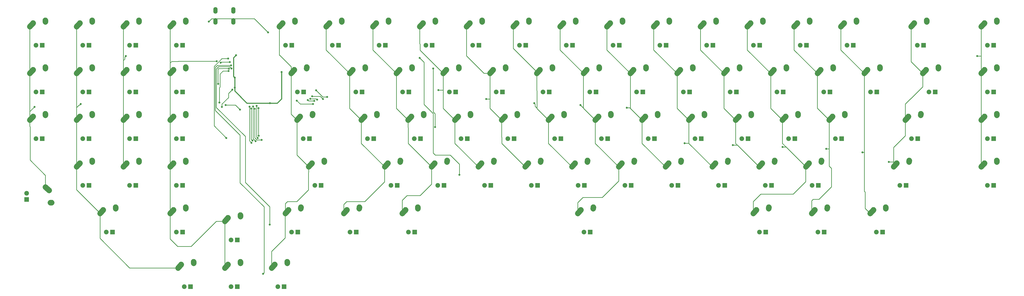
<source format=gtl>
G04 #@! TF.GenerationSoftware,KiCad,Pcbnew,(5.0.1-3-g963ef8bb5)*
G04 #@! TF.CreationDate,2019-03-29T02:03:15-07:00*
G04 #@! TF.ProjectId,Custom-Keyboard,437573746F6D2D4B6579626F6172642E,rev?*
G04 #@! TF.SameCoordinates,Original*
G04 #@! TF.FileFunction,Copper,L1,Top,Signal*
G04 #@! TF.FilePolarity,Positive*
%FSLAX46Y46*%
G04 Gerber Fmt 4.6, Leading zero omitted, Abs format (unit mm)*
G04 Created by KiCad (PCBNEW (5.0.1-3-g963ef8bb5)) date Friday, March 29, 2019 at 02:03:15 AM*
%MOMM*%
%LPD*%
G01*
G04 APERTURE LIST*
G04 #@! TA.AperFunction,ComponentPad*
%ADD10R,1.905000X1.905000*%
G04 #@! TD*
G04 #@! TA.AperFunction,ComponentPad*
%ADD11C,1.905000*%
G04 #@! TD*
G04 #@! TA.AperFunction,ComponentPad*
%ADD12C,2.250000*%
G04 #@! TD*
G04 #@! TA.AperFunction,Conductor*
%ADD13C,2.250000*%
G04 #@! TD*
G04 #@! TA.AperFunction,ComponentPad*
%ADD14O,1.700000X2.700000*%
G04 #@! TD*
G04 #@! TA.AperFunction,ViaPad*
%ADD15C,0.800000*%
G04 #@! TD*
G04 #@! TA.AperFunction,Conductor*
%ADD16C,0.254000*%
G04 #@! TD*
G04 #@! TA.AperFunction,Conductor*
%ADD17C,0.381000*%
G04 #@! TD*
G04 APERTURE END LIST*
D10*
G04 #@! TO.P,AKEY1,4*
G04 #@! TO.N,Net-(AKEY1-Pad4)*
X168751250Y-72548750D03*
D11*
G04 #@! TO.P,AKEY1,3*
G04 #@! TO.N,Net-(AKEY1-Pad3)*
X166211250Y-72548750D03*
D12*
G04 #@! TO.P,AKEY1,1*
G04 #@! TO.N,Col6*
X164981250Y-63468750D03*
X164326251Y-64198750D03*
D13*
G04 #@! TD*
G04 #@! TO.N,Col6*
G04 #@! TO.C,AKEY1*
X163671250Y-64928750D02*
X164981252Y-63468750D01*
D12*
G04 #@! TO.P,AKEY1,2*
G04 #@! TO.N,Net-(AKEY1-Pad2)*
X170021250Y-62388750D03*
X170001250Y-62678750D03*
D13*
G04 #@! TD*
G04 #@! TO.N,Net-(AKEY1-Pad2)*
G04 #@! TO.C,AKEY1*
X169981250Y-62968750D02*
X170021250Y-62388750D01*
D12*
G04 #@! TO.P,ALT1,2*
G04 #@! TO.N,Net-(ALT1-Pad2)*
X186670000Y-100778750D03*
D13*
G04 #@! TD*
G04 #@! TO.N,Net-(ALT1-Pad2)*
G04 #@! TO.C,ALT1*
X186650000Y-101068750D02*
X186690000Y-100488750D01*
D12*
G04 #@! TO.P,ALT1,2*
G04 #@! TO.N,Net-(ALT1-Pad2)*
X186690000Y-100488750D03*
G04 #@! TO.P,ALT1,1*
G04 #@! TO.N,Col7*
X180995001Y-102298750D03*
D13*
G04 #@! TD*
G04 #@! TO.N,Col7*
G04 #@! TO.C,ALT1*
X180340000Y-103028750D02*
X181650002Y-101568750D01*
D12*
G04 #@! TO.P,ALT1,1*
G04 #@! TO.N,Col7*
X181650000Y-101568750D03*
D11*
G04 #@! TO.P,ALT1,3*
G04 #@! TO.N,Net-(ALT1-Pad3)*
X182880000Y-110648750D03*
D10*
G04 #@! TO.P,ALT1,4*
G04 #@! TO.N,Net-(ALT1-Pad4)*
X185420000Y-110648750D03*
G04 #@! TD*
D12*
G04 #@! TO.P,BACK1,2*
G04 #@! TO.N,Net-(BACK1-Pad2)*
X393838750Y-24578750D03*
D13*
G04 #@! TD*
G04 #@! TO.N,Net-(BACK1-Pad2)*
G04 #@! TO.C,BACK1*
X393818750Y-24868750D02*
X393858750Y-24288750D01*
D12*
G04 #@! TO.P,BACK1,2*
G04 #@! TO.N,Net-(BACK1-Pad2)*
X393858750Y-24288750D03*
G04 #@! TO.P,BACK1,1*
G04 #@! TO.N,Col18*
X388163751Y-26098750D03*
D13*
G04 #@! TD*
G04 #@! TO.N,Col18*
G04 #@! TO.C,BACK1*
X387508750Y-26828750D02*
X388818752Y-25368750D01*
D12*
G04 #@! TO.P,BACK1,1*
G04 #@! TO.N,Col18*
X388818750Y-25368750D03*
D11*
G04 #@! TO.P,BACK1,3*
G04 #@! TO.N,Net-(BACK1-Pad3)*
X390048750Y-34448750D03*
D10*
G04 #@! TO.P,BACK1,4*
G04 #@! TO.N,Net-(BACK1-Pad4)*
X392588750Y-34448750D03*
G04 #@! TD*
G04 #@! TO.P,BKEY1,4*
G04 #@! TO.N,Net-(BKEY1-Pad4)*
X254476250Y-91598750D03*
D11*
G04 #@! TO.P,BKEY1,3*
G04 #@! TO.N,Net-(BKEY1-Pad3)*
X251936250Y-91598750D03*
D12*
G04 #@! TO.P,BKEY1,1*
G04 #@! TO.N,Col10*
X250706250Y-82518750D03*
X250051251Y-83248750D03*
D13*
G04 #@! TD*
G04 #@! TO.N,Col10*
G04 #@! TO.C,BKEY1*
X249396250Y-83978750D02*
X250706252Y-82518750D01*
D12*
G04 #@! TO.P,BKEY1,2*
G04 #@! TO.N,Net-(BKEY1-Pad2)*
X255746250Y-81438750D03*
X255726250Y-81728750D03*
D13*
G04 #@! TD*
G04 #@! TO.N,Net-(BKEY1-Pad2)*
G04 #@! TO.C,BKEY1*
X255706250Y-82018750D02*
X255746250Y-81438750D01*
D10*
G04 #@! TO.P,BSLSH1,4*
G04 #@! TO.N,Net-(BSLSH1-Pad4)*
X397351250Y-53498750D03*
D11*
G04 #@! TO.P,BSLSH1,3*
G04 #@! TO.N,Net-(BSLSH1-Pad3)*
X394811250Y-53498750D03*
D12*
G04 #@! TO.P,BSLSH1,1*
G04 #@! TO.N,Col18*
X393581250Y-44418750D03*
X392926251Y-45148750D03*
D13*
G04 #@! TD*
G04 #@! TO.N,Col18*
G04 #@! TO.C,BSLSH1*
X392271250Y-45878750D02*
X393581252Y-44418750D01*
D12*
G04 #@! TO.P,BSLSH1,2*
G04 #@! TO.N,Net-(BSLSH1-Pad2)*
X398621250Y-43338750D03*
X398601250Y-43628750D03*
D13*
G04 #@! TD*
G04 #@! TO.N,Net-(BSLSH1-Pad2)*
G04 #@! TO.C,BSLSH1*
X398581250Y-43918750D02*
X398621250Y-43338750D01*
D12*
G04 #@! TO.P,CAPS1,2*
G04 #@! TO.N,Net-(CAPS1-Pad2)*
X143807500Y-62678750D03*
D13*
G04 #@! TD*
G04 #@! TO.N,Net-(CAPS1-Pad2)*
G04 #@! TO.C,CAPS1*
X143787500Y-62968750D02*
X143827500Y-62388750D01*
D12*
G04 #@! TO.P,CAPS1,2*
G04 #@! TO.N,Net-(CAPS1-Pad2)*
X143827500Y-62388750D03*
G04 #@! TO.P,CAPS1,1*
G04 #@! TO.N,Col5*
X138132501Y-64198750D03*
D13*
G04 #@! TD*
G04 #@! TO.N,Col5*
G04 #@! TO.C,CAPS1*
X137477500Y-64928750D02*
X138787502Y-63468750D01*
D12*
G04 #@! TO.P,CAPS1,1*
G04 #@! TO.N,Col5*
X138787500Y-63468750D03*
D11*
G04 #@! TO.P,CAPS1,3*
G04 #@! TO.N,Net-(CAPS1-Pad3)*
X140017500Y-72548750D03*
D10*
G04 #@! TO.P,CAPS1,4*
G04 #@! TO.N,Net-(CAPS1-Pad4)*
X142557500Y-72548750D03*
G04 #@! TD*
G04 #@! TO.P,CBRAC1,4*
G04 #@! TO.N,Net-(CBRAC1-Pad4)*
X373538750Y-53498750D03*
D11*
G04 #@! TO.P,CBRAC1,3*
G04 #@! TO.N,Net-(CBRAC1-Pad3)*
X370998750Y-53498750D03*
D12*
G04 #@! TO.P,CBRAC1,1*
G04 #@! TO.N,Col17*
X369768750Y-44418750D03*
X369113751Y-45148750D03*
D13*
G04 #@! TD*
G04 #@! TO.N,Col17*
G04 #@! TO.C,CBRAC1*
X368458750Y-45878750D02*
X369768752Y-44418750D01*
D12*
G04 #@! TO.P,CBRAC1,2*
G04 #@! TO.N,Net-(CBRAC1-Pad2)*
X374808750Y-43338750D03*
X374788750Y-43628750D03*
D13*
G04 #@! TD*
G04 #@! TO.N,Net-(CBRAC1-Pad2)*
G04 #@! TO.C,CBRAC1*
X374768750Y-43918750D02*
X374808750Y-43338750D01*
D12*
G04 #@! TO.P,CKEY1,2*
G04 #@! TO.N,Net-(CKEY1-Pad2)*
X217626250Y-81728750D03*
D13*
G04 #@! TD*
G04 #@! TO.N,Net-(CKEY1-Pad2)*
G04 #@! TO.C,CKEY1*
X217606250Y-82018750D02*
X217646250Y-81438750D01*
D12*
G04 #@! TO.P,CKEY1,2*
G04 #@! TO.N,Net-(CKEY1-Pad2)*
X217646250Y-81438750D03*
G04 #@! TO.P,CKEY1,1*
G04 #@! TO.N,Col8*
X211951251Y-83248750D03*
D13*
G04 #@! TD*
G04 #@! TO.N,Col8*
G04 #@! TO.C,CKEY1*
X211296250Y-83978750D02*
X212606252Y-82518750D01*
D12*
G04 #@! TO.P,CKEY1,1*
G04 #@! TO.N,Col8*
X212606250Y-82518750D03*
D11*
G04 #@! TO.P,CKEY1,3*
G04 #@! TO.N,Net-(CKEY1-Pad3)*
X213836250Y-91598750D03*
D10*
G04 #@! TO.P,CKEY1,4*
G04 #@! TO.N,Net-(CKEY1-Pad4)*
X216376250Y-91598750D03*
G04 #@! TD*
G04 #@! TO.P,CLN1,4*
G04 #@! TO.N,Net-(CLN1-Pad4)*
X340201250Y-72548750D03*
D11*
G04 #@! TO.P,CLN1,3*
G04 #@! TO.N,Net-(CLN1-Pad3)*
X337661250Y-72548750D03*
D12*
G04 #@! TO.P,CLN1,1*
G04 #@! TO.N,Col15*
X336431250Y-63468750D03*
X335776251Y-64198750D03*
D13*
G04 #@! TD*
G04 #@! TO.N,Col15*
G04 #@! TO.C,CLN1*
X335121250Y-64928750D02*
X336431252Y-63468750D01*
D12*
G04 #@! TO.P,CLN1,2*
G04 #@! TO.N,Net-(CLN1-Pad2)*
X341471250Y-62388750D03*
X341451250Y-62678750D03*
D13*
G04 #@! TD*
G04 #@! TO.N,Net-(CLN1-Pad2)*
G04 #@! TO.C,CLN1*
X341431250Y-62968750D02*
X341471250Y-62388750D01*
D10*
G04 #@! TO.P,CMMA1,4*
G04 #@! TO.N,Net-(CMMA1-Pad4)*
X311626250Y-91598750D03*
D11*
G04 #@! TO.P,CMMA1,3*
G04 #@! TO.N,Net-(CMMA1-Pad3)*
X309086250Y-91598750D03*
D12*
G04 #@! TO.P,CMMA1,1*
G04 #@! TO.N,Col13*
X307856250Y-82518750D03*
X307201251Y-83248750D03*
D13*
G04 #@! TD*
G04 #@! TO.N,Col13*
G04 #@! TO.C,CMMA1*
X306546250Y-83978750D02*
X307856252Y-82518750D01*
D12*
G04 #@! TO.P,CMMA1,2*
G04 #@! TO.N,Net-(CMMA1-Pad2)*
X312896250Y-81438750D03*
X312876250Y-81728750D03*
D13*
G04 #@! TD*
G04 #@! TO.N,Net-(CMMA1-Pad2)*
G04 #@! TO.C,CMMA1*
X312856250Y-82018750D02*
X312896250Y-81438750D01*
D12*
G04 #@! TO.P,CTRL1,2*
G04 #@! TO.N,Net-(CTRL1-Pad2)*
X139045000Y-100778750D03*
D13*
G04 #@! TD*
G04 #@! TO.N,Net-(CTRL1-Pad2)*
G04 #@! TO.C,CTRL1*
X139025000Y-101068750D02*
X139065000Y-100488750D01*
D12*
G04 #@! TO.P,CTRL1,2*
G04 #@! TO.N,Net-(CTRL1-Pad2)*
X139065000Y-100488750D03*
G04 #@! TO.P,CTRL1,1*
G04 #@! TO.N,Col5*
X133370001Y-102298750D03*
D13*
G04 #@! TD*
G04 #@! TO.N,Col5*
G04 #@! TO.C,CTRL1*
X132715000Y-103028750D02*
X134025002Y-101568750D01*
D12*
G04 #@! TO.P,CTRL1,1*
G04 #@! TO.N,Col5*
X134025000Y-101568750D03*
D11*
G04 #@! TO.P,CTRL1,3*
G04 #@! TO.N,Net-(CTRL1-Pad3)*
X135255000Y-110648750D03*
D10*
G04 #@! TO.P,CTRL1,4*
G04 #@! TO.N,Net-(CTRL1-Pad4)*
X137795000Y-110648750D03*
G04 #@! TD*
D12*
G04 #@! TO.P,DEL1,2*
G04 #@! TO.N,Net-(D18-Pad2)*
X92213750Y-100778750D03*
D13*
G04 #@! TD*
G04 #@! TO.N,Net-(D18-Pad2)*
G04 #@! TO.C,DEL1*
X92193750Y-101068750D02*
X92233750Y-100488750D01*
D12*
G04 #@! TO.P,DEL1,2*
G04 #@! TO.N,Net-(D18-Pad2)*
X92233750Y-100488750D03*
G04 #@! TO.P,DEL1,1*
G04 #@! TO.N,Col4*
X86538751Y-102298750D03*
D13*
G04 #@! TD*
G04 #@! TO.N,Col4*
G04 #@! TO.C,DEL1*
X85883750Y-103028750D02*
X87193752Y-101568750D01*
D12*
G04 #@! TO.P,DEL1,1*
G04 #@! TO.N,Col4*
X87193750Y-101568750D03*
D11*
G04 #@! TO.P,DEL1,3*
G04 #@! TO.N,Net-(DEL1-Pad3)*
X88423750Y-110648750D03*
D10*
G04 #@! TO.P,DEL1,4*
G04 #@! TO.N,Net-(DEL1-Pad4)*
X90963750Y-110648750D03*
G04 #@! TD*
D12*
G04 #@! TO.P,DIV1,2*
G04 #@! TO.N,Net-(D5-Pad2)*
X54113750Y-24578750D03*
D13*
G04 #@! TD*
G04 #@! TO.N,Net-(D5-Pad2)*
G04 #@! TO.C,DIV1*
X54093750Y-24868750D02*
X54133750Y-24288750D01*
D12*
G04 #@! TO.P,DIV1,2*
G04 #@! TO.N,Net-(D5-Pad2)*
X54133750Y-24288750D03*
G04 #@! TO.P,DIV1,1*
G04 #@! TO.N,Col2*
X48438751Y-26098750D03*
D13*
G04 #@! TD*
G04 #@! TO.N,Col2*
G04 #@! TO.C,DIV1*
X47783750Y-26828750D02*
X49093752Y-25368750D01*
D12*
G04 #@! TO.P,DIV1,1*
G04 #@! TO.N,Col2*
X49093750Y-25368750D03*
D11*
G04 #@! TO.P,DIV1,3*
G04 #@! TO.N,Net-(DIV1-Pad3)*
X50323750Y-34448750D03*
D10*
G04 #@! TO.P,DIV1,4*
G04 #@! TO.N,Net-(DIV1-Pad4)*
X52863750Y-34448750D03*
G04 #@! TD*
G04 #@! TO.P,DKEY1,4*
G04 #@! TO.N,Net-(DKEY1-Pad4)*
X206851250Y-72548750D03*
D11*
G04 #@! TO.P,DKEY1,3*
G04 #@! TO.N,Net-(DKEY1-Pad3)*
X204311250Y-72548750D03*
D12*
G04 #@! TO.P,DKEY1,1*
G04 #@! TO.N,Col8*
X203081250Y-63468750D03*
X202426251Y-64198750D03*
D13*
G04 #@! TD*
G04 #@! TO.N,Col8*
G04 #@! TO.C,DKEY1*
X201771250Y-64928750D02*
X203081252Y-63468750D01*
D12*
G04 #@! TO.P,DKEY1,2*
G04 #@! TO.N,Net-(D40-Pad2)*
X208121250Y-62388750D03*
X208101250Y-62678750D03*
D13*
G04 #@! TD*
G04 #@! TO.N,Net-(D40-Pad2)*
G04 #@! TO.C,DKEY1*
X208081250Y-62968750D02*
X208121250Y-62388750D01*
D12*
G04 #@! TO.P,DOWN1,2*
G04 #@! TO.N,Net-(D21-Pad2)*
X114438750Y-123003750D03*
D13*
G04 #@! TD*
G04 #@! TO.N,Net-(D21-Pad2)*
G04 #@! TO.C,DOWN1*
X114418750Y-123293750D02*
X114458750Y-122713750D01*
D12*
G04 #@! TO.P,DOWN1,2*
G04 #@! TO.N,Net-(D21-Pad2)*
X114458750Y-122713750D03*
G04 #@! TO.P,DOWN1,1*
G04 #@! TO.N,Col4*
X108763751Y-124523750D03*
D13*
G04 #@! TD*
G04 #@! TO.N,Col4*
G04 #@! TO.C,DOWN1*
X108108750Y-125253750D02*
X109418752Y-123793750D01*
D12*
G04 #@! TO.P,DOWN1,1*
G04 #@! TO.N,Col4*
X109418750Y-123793750D03*
D11*
G04 #@! TO.P,DOWN1,3*
G04 #@! TO.N,Net-(DOWN1-Pad3)*
X110648750Y-132873750D03*
D10*
G04 #@! TO.P,DOWN1,4*
G04 #@! TO.N,Net-(DOWN1-Pad4)*
X113188750Y-132873750D03*
G04 #@! TD*
D12*
G04 #@! TO.P,EIGHT1,2*
G04 #@! TO.N,Net-(D11-Pad2)*
X73163750Y-43628750D03*
D13*
G04 #@! TD*
G04 #@! TO.N,Net-(D11-Pad2)*
G04 #@! TO.C,EIGHT1*
X73143750Y-43918750D02*
X73183750Y-43338750D01*
D12*
G04 #@! TO.P,EIGHT1,2*
G04 #@! TO.N,Net-(D11-Pad2)*
X73183750Y-43338750D03*
G04 #@! TO.P,EIGHT1,1*
G04 #@! TO.N,Col3*
X67488751Y-45148750D03*
D13*
G04 #@! TD*
G04 #@! TO.N,Col3*
G04 #@! TO.C,EIGHT1*
X66833750Y-45878750D02*
X68143752Y-44418750D01*
D12*
G04 #@! TO.P,EIGHT1,1*
G04 #@! TO.N,Col3*
X68143750Y-44418750D03*
D11*
G04 #@! TO.P,EIGHT1,3*
G04 #@! TO.N,Net-(EIGHT1-Pad3)*
X69373750Y-53498750D03*
D10*
G04 #@! TO.P,EIGHT1,4*
G04 #@! TO.N,Net-(EIGHT1-Pad4)*
X71913750Y-53498750D03*
G04 #@! TD*
D12*
G04 #@! TO.P,EIGHT2,2*
G04 #@! TO.N,Net-(D59-Pad2)*
X289063750Y-24578750D03*
D13*
G04 #@! TD*
G04 #@! TO.N,Net-(D59-Pad2)*
G04 #@! TO.C,EIGHT2*
X289043750Y-24868750D02*
X289083750Y-24288750D01*
D12*
G04 #@! TO.P,EIGHT2,2*
G04 #@! TO.N,Net-(D59-Pad2)*
X289083750Y-24288750D03*
G04 #@! TO.P,EIGHT2,1*
G04 #@! TO.N,Col13*
X283388751Y-26098750D03*
D13*
G04 #@! TD*
G04 #@! TO.N,Col13*
G04 #@! TO.C,EIGHT2*
X282733750Y-26828750D02*
X284043752Y-25368750D01*
D12*
G04 #@! TO.P,EIGHT2,1*
G04 #@! TO.N,Col13*
X284043750Y-25368750D03*
D11*
G04 #@! TO.P,EIGHT2,3*
G04 #@! TO.N,Net-(EIGHT2-Pad3)*
X285273750Y-34448750D03*
D10*
G04 #@! TO.P,EIGHT2,4*
G04 #@! TO.N,Net-(EIGHT2-Pad4)*
X287813750Y-34448750D03*
G04 #@! TD*
D12*
G04 #@! TO.P,EKEY1,2*
G04 #@! TO.N,Net-(D39-Pad2)*
X203338750Y-43628750D03*
D13*
G04 #@! TD*
G04 #@! TO.N,Net-(D39-Pad2)*
G04 #@! TO.C,EKEY1*
X203318750Y-43918750D02*
X203358750Y-43338750D01*
D12*
G04 #@! TO.P,EKEY1,2*
G04 #@! TO.N,Net-(D39-Pad2)*
X203358750Y-43338750D03*
G04 #@! TO.P,EKEY1,1*
G04 #@! TO.N,Col8*
X197663751Y-45148750D03*
D13*
G04 #@! TD*
G04 #@! TO.N,Col8*
G04 #@! TO.C,EKEY1*
X197008750Y-45878750D02*
X198318752Y-44418750D01*
D12*
G04 #@! TO.P,EKEY1,1*
G04 #@! TO.N,Col8*
X198318750Y-44418750D03*
D11*
G04 #@! TO.P,EKEY1,3*
G04 #@! TO.N,Net-(EKEY1-Pad3)*
X199548750Y-53498750D03*
D10*
G04 #@! TO.P,EKEY1,4*
G04 #@! TO.N,Net-(EKEY1-Pad4)*
X202088750Y-53498750D03*
G04 #@! TD*
D12*
G04 #@! TO.P,ENTER2,2*
G04 #@! TO.N,Net-(D81-Pad2)*
X391457500Y-62678750D03*
D13*
G04 #@! TD*
G04 #@! TO.N,Net-(D81-Pad2)*
G04 #@! TO.C,ENTER2*
X391437500Y-62968750D02*
X391477500Y-62388750D01*
D12*
G04 #@! TO.P,ENTER2,2*
G04 #@! TO.N,Net-(D81-Pad2)*
X391477500Y-62388750D03*
G04 #@! TO.P,ENTER2,1*
G04 #@! TO.N,Col18*
X385782501Y-64198750D03*
D13*
G04 #@! TD*
G04 #@! TO.N,Col18*
G04 #@! TO.C,ENTER2*
X385127500Y-64928750D02*
X386437502Y-63468750D01*
D12*
G04 #@! TO.P,ENTER2,1*
G04 #@! TO.N,Col18*
X386437500Y-63468750D03*
D11*
G04 #@! TO.P,ENTER2,3*
G04 #@! TO.N,Net-(ENTER2-Pad3)*
X387667500Y-72548750D03*
D10*
G04 #@! TO.P,ENTER2,4*
G04 #@! TO.N,Net-(ENTER2-Pad4)*
X390207500Y-72548750D03*
G04 #@! TD*
D12*
G04 #@! TO.P,EQUALS1,2*
G04 #@! TO.N,Net-(D76-Pad2)*
X365263750Y-24578750D03*
D13*
G04 #@! TD*
G04 #@! TO.N,Net-(D76-Pad2)*
G04 #@! TO.C,EQUALS1*
X365243750Y-24868750D02*
X365283750Y-24288750D01*
D12*
G04 #@! TO.P,EQUALS1,2*
G04 #@! TO.N,Net-(D76-Pad2)*
X365283750Y-24288750D03*
G04 #@! TO.P,EQUALS1,1*
G04 #@! TO.N,Col17*
X359588751Y-26098750D03*
D13*
G04 #@! TD*
G04 #@! TO.N,Col17*
G04 #@! TO.C,EQUALS1*
X358933750Y-26828750D02*
X360243752Y-25368750D01*
D12*
G04 #@! TO.P,EQUALS1,1*
G04 #@! TO.N,Col17*
X360243750Y-25368750D03*
D11*
G04 #@! TO.P,EQUALS1,3*
G04 #@! TO.N,Net-(EQUALS1-Pad3)*
X361473750Y-34448750D03*
D10*
G04 #@! TO.P,EQUALS1,4*
G04 #@! TO.N,Net-(EQUALS1-Pad4)*
X364013750Y-34448750D03*
G04 #@! TD*
G04 #@! TO.P,ESC1,4*
G04 #@! TO.N,Net-(ESC1-Pad4)*
X33813750Y-34448750D03*
D11*
G04 #@! TO.P,ESC1,3*
G04 #@! TO.N,Net-(ESC1-Pad3)*
X31273750Y-34448750D03*
D12*
G04 #@! TO.P,ESC1,1*
G04 #@! TO.N,Col1*
X30043750Y-25368750D03*
X29388751Y-26098750D03*
D13*
G04 #@! TD*
G04 #@! TO.N,Col1*
G04 #@! TO.C,ESC1*
X28733750Y-26828750D02*
X30043752Y-25368750D01*
D12*
G04 #@! TO.P,ESC1,2*
G04 #@! TO.N,Net-(D1-Pad2)*
X35083750Y-24288750D03*
X35063750Y-24578750D03*
D13*
G04 #@! TD*
G04 #@! TO.N,Net-(D1-Pad2)*
G04 #@! TO.C,ESC1*
X35043750Y-24868750D02*
X35083750Y-24288750D01*
D10*
G04 #@! TO.P,FIVE1,4*
G04 #@! TO.N,Net-(FIVE1-Pad4)*
X71913750Y-72548750D03*
D11*
G04 #@! TO.P,FIVE1,3*
G04 #@! TO.N,Net-(FIVE1-Pad3)*
X69373750Y-72548750D03*
D12*
G04 #@! TO.P,FIVE1,1*
G04 #@! TO.N,Col3*
X68143750Y-63468750D03*
X67488751Y-64198750D03*
D13*
G04 #@! TD*
G04 #@! TO.N,Col3*
G04 #@! TO.C,FIVE1*
X66833750Y-64928750D02*
X68143752Y-63468750D01*
D12*
G04 #@! TO.P,FIVE1,2*
G04 #@! TO.N,Net-(D12-Pad2)*
X73183750Y-62388750D03*
X73163750Y-62678750D03*
D13*
G04 #@! TD*
G04 #@! TO.N,Net-(D12-Pad2)*
G04 #@! TO.C,FIVE1*
X73143750Y-62968750D02*
X73183750Y-62388750D01*
D12*
G04 #@! TO.P,FIVE2,2*
G04 #@! TO.N,Net-(D46-Pad2)*
X231913750Y-24578750D03*
D13*
G04 #@! TD*
G04 #@! TO.N,Net-(D46-Pad2)*
G04 #@! TO.C,FIVE2*
X231893750Y-24868750D02*
X231933750Y-24288750D01*
D12*
G04 #@! TO.P,FIVE2,2*
G04 #@! TO.N,Net-(D46-Pad2)*
X231933750Y-24288750D03*
G04 #@! TO.P,FIVE2,1*
G04 #@! TO.N,Col10*
X226238751Y-26098750D03*
D13*
G04 #@! TD*
G04 #@! TO.N,Col10*
G04 #@! TO.C,FIVE2*
X225583750Y-26828750D02*
X226893752Y-25368750D01*
D12*
G04 #@! TO.P,FIVE2,1*
G04 #@! TO.N,Col10*
X226893750Y-25368750D03*
D11*
G04 #@! TO.P,FIVE2,3*
G04 #@! TO.N,Net-(FIVE2-Pad3)*
X228123750Y-34448750D03*
D10*
G04 #@! TO.P,FIVE2,4*
G04 #@! TO.N,Net-(FIVE2-Pad4)*
X230663750Y-34448750D03*
G04 #@! TD*
G04 #@! TO.P,FKEY1,4*
G04 #@! TO.N,Net-(FKEY1-Pad4)*
X225901250Y-72548750D03*
D11*
G04 #@! TO.P,FKEY1,3*
G04 #@! TO.N,Net-(FKEY1-Pad3)*
X223361250Y-72548750D03*
D12*
G04 #@! TO.P,FKEY1,1*
G04 #@! TO.N,Col9*
X222131250Y-63468750D03*
X221476251Y-64198750D03*
D13*
G04 #@! TD*
G04 #@! TO.N,Col9*
G04 #@! TO.C,FKEY1*
X220821250Y-64928750D02*
X222131252Y-63468750D01*
D12*
G04 #@! TO.P,FKEY1,2*
G04 #@! TO.N,Net-(D44-Pad2)*
X227171250Y-62388750D03*
X227151250Y-62678750D03*
D13*
G04 #@! TD*
G04 #@! TO.N,Net-(D44-Pad2)*
G04 #@! TO.C,FKEY1*
X227131250Y-62968750D02*
X227171250Y-62388750D01*
D10*
G04 #@! TO.P,FN1,4*
G04 #@! TO.N,Net-(FN1-Pad4)*
X328295000Y-110648750D03*
D11*
G04 #@! TO.P,FN1,3*
G04 #@! TO.N,Net-(FN1-Pad3)*
X325755000Y-110648750D03*
D12*
G04 #@! TO.P,FN1,1*
G04 #@! TO.N,Col15*
X324525000Y-101568750D03*
X323870001Y-102298750D03*
D13*
G04 #@! TD*
G04 #@! TO.N,Col15*
G04 #@! TO.C,FN1*
X323215000Y-103028750D02*
X324525002Y-101568750D01*
D12*
G04 #@! TO.P,FN1,2*
G04 #@! TO.N,Net-(D71-Pad2)*
X329565000Y-100488750D03*
X329545000Y-100778750D03*
D13*
G04 #@! TD*
G04 #@! TO.N,Net-(D71-Pad2)*
G04 #@! TO.C,FN1*
X329525000Y-101068750D02*
X329565000Y-100488750D01*
D10*
G04 #@! TO.P,FOUR1,4*
G04 #@! TO.N,Net-(FOUR1-Pad4)*
X52863750Y-72548750D03*
D11*
G04 #@! TO.P,FOUR1,3*
G04 #@! TO.N,Net-(FOUR1-Pad3)*
X50323750Y-72548750D03*
D12*
G04 #@! TO.P,FOUR1,1*
G04 #@! TO.N,Col2*
X49093750Y-63468750D03*
X48438751Y-64198750D03*
D13*
G04 #@! TD*
G04 #@! TO.N,Col2*
G04 #@! TO.C,FOUR1*
X47783750Y-64928750D02*
X49093752Y-63468750D01*
D12*
G04 #@! TO.P,FOUR1,2*
G04 #@! TO.N,Net-(D7-Pad2)*
X54133750Y-62388750D03*
X54113750Y-62678750D03*
D13*
G04 #@! TD*
G04 #@! TO.N,Net-(D7-Pad2)*
G04 #@! TO.C,FOUR1*
X54093750Y-62968750D02*
X54133750Y-62388750D01*
D12*
G04 #@! TO.P,FOUR2,2*
G04 #@! TO.N,Net-(D42-Pad2)*
X212863750Y-24578750D03*
D13*
G04 #@! TD*
G04 #@! TO.N,Net-(D42-Pad2)*
G04 #@! TO.C,FOUR2*
X212843750Y-24868750D02*
X212883750Y-24288750D01*
D12*
G04 #@! TO.P,FOUR2,2*
G04 #@! TO.N,Net-(D42-Pad2)*
X212883750Y-24288750D03*
G04 #@! TO.P,FOUR2,1*
G04 #@! TO.N,Col9*
X207188751Y-26098750D03*
D13*
G04 #@! TD*
G04 #@! TO.N,Col9*
G04 #@! TO.C,FOUR2*
X206533750Y-26828750D02*
X207843752Y-25368750D01*
D12*
G04 #@! TO.P,FOUR2,1*
G04 #@! TO.N,Col9*
X207843750Y-25368750D03*
D11*
G04 #@! TO.P,FOUR2,3*
G04 #@! TO.N,Net-(FOUR2-Pad3)*
X209073750Y-34448750D03*
D10*
G04 #@! TO.P,FOUR2,4*
G04 #@! TO.N,Net-(FOUR2-Pad4)*
X211613750Y-34448750D03*
G04 #@! TD*
G04 #@! TO.P,FSLSH1,4*
G04 #@! TO.N,Net-(FSLSH1-Pad4)*
X349726250Y-91598750D03*
D11*
G04 #@! TO.P,FSLSH1,3*
G04 #@! TO.N,Net-(FSLSH1-Pad3)*
X347186250Y-91598750D03*
D12*
G04 #@! TO.P,FSLSH1,1*
G04 #@! TO.N,Col15*
X345956250Y-82518750D03*
X345301251Y-83248750D03*
D13*
G04 #@! TD*
G04 #@! TO.N,Col15*
G04 #@! TO.C,FSLSH1*
X344646250Y-83978750D02*
X345956252Y-82518750D01*
D12*
G04 #@! TO.P,FSLSH1,2*
G04 #@! TO.N,Net-(D70-Pad2)*
X350996250Y-81438750D03*
X350976250Y-81728750D03*
D13*
G04 #@! TD*
G04 #@! TO.N,Net-(D70-Pad2)*
G04 #@! TO.C,FSLSH1*
X350956250Y-82018750D02*
X350996250Y-81438750D01*
D10*
G04 #@! TO.P,GKEY1,4*
G04 #@! TO.N,Net-(GKEY1-Pad4)*
X244951250Y-72548750D03*
D11*
G04 #@! TO.P,GKEY1,3*
G04 #@! TO.N,Net-(GKEY1-Pad3)*
X242411250Y-72548750D03*
D12*
G04 #@! TO.P,GKEY1,1*
G04 #@! TO.N,Col10*
X241181250Y-63468750D03*
X240526251Y-64198750D03*
D13*
G04 #@! TD*
G04 #@! TO.N,Col10*
G04 #@! TO.C,GKEY1*
X239871250Y-64928750D02*
X241181252Y-63468750D01*
D12*
G04 #@! TO.P,GKEY1,2*
G04 #@! TO.N,Net-(D48-Pad2)*
X246221250Y-62388750D03*
X246201250Y-62678750D03*
D13*
G04 #@! TD*
G04 #@! TO.N,Net-(D48-Pad2)*
G04 #@! TO.C,GKEY1*
X246181250Y-62968750D02*
X246221250Y-62388750D01*
D10*
G04 #@! TO.P,HKEY1,4*
G04 #@! TO.N,Net-(HKEY1-Pad4)*
X264001250Y-72548750D03*
D11*
G04 #@! TO.P,HKEY1,3*
G04 #@! TO.N,Net-(HKEY1-Pad3)*
X261461250Y-72548750D03*
D12*
G04 #@! TO.P,HKEY1,1*
G04 #@! TO.N,Col11*
X260231250Y-63468750D03*
X259576251Y-64198750D03*
D13*
G04 #@! TD*
G04 #@! TO.N,Col11*
G04 #@! TO.C,HKEY1*
X258921250Y-64928750D02*
X260231252Y-63468750D01*
D12*
G04 #@! TO.P,HKEY1,2*
G04 #@! TO.N,Net-(D52-Pad2)*
X265271250Y-62388750D03*
X265251250Y-62678750D03*
D13*
G04 #@! TD*
G04 #@! TO.N,Net-(D52-Pad2)*
G04 #@! TO.C,HKEY1*
X265231250Y-62968750D02*
X265271250Y-62388750D01*
D10*
G04 #@! TO.P,IKEY1,4*
G04 #@! TO.N,Net-(IKEY1-Pad4)*
X297338750Y-53498750D03*
D11*
G04 #@! TO.P,IKEY1,3*
G04 #@! TO.N,Net-(IKEY1-Pad3)*
X294798750Y-53498750D03*
D12*
G04 #@! TO.P,IKEY1,1*
G04 #@! TO.N,Col13*
X293568750Y-44418750D03*
X292913751Y-45148750D03*
D13*
G04 #@! TD*
G04 #@! TO.N,Col13*
G04 #@! TO.C,IKEY1*
X292258750Y-45878750D02*
X293568752Y-44418750D01*
D12*
G04 #@! TO.P,IKEY1,2*
G04 #@! TO.N,Net-(D60-Pad2)*
X298608750Y-43338750D03*
X298588750Y-43628750D03*
D13*
G04 #@! TD*
G04 #@! TO.N,Net-(D60-Pad2)*
G04 #@! TO.C,IKEY1*
X298568750Y-43918750D02*
X298608750Y-43338750D01*
D10*
G04 #@! TO.P,JKEY1,4*
G04 #@! TO.N,Net-(JKEY1-Pad4)*
X283051250Y-72548750D03*
D11*
G04 #@! TO.P,JKEY1,3*
G04 #@! TO.N,Net-(JKEY1-Pad3)*
X280511250Y-72548750D03*
D12*
G04 #@! TO.P,JKEY1,1*
G04 #@! TO.N,Col12*
X279281250Y-63468750D03*
X278626251Y-64198750D03*
D13*
G04 #@! TD*
G04 #@! TO.N,Col12*
G04 #@! TO.C,JKEY1*
X277971250Y-64928750D02*
X279281252Y-63468750D01*
D12*
G04 #@! TO.P,JKEY1,2*
G04 #@! TO.N,Net-(D57-Pad2)*
X284321250Y-62388750D03*
X284301250Y-62678750D03*
D13*
G04 #@! TD*
G04 #@! TO.N,Net-(D57-Pad2)*
G04 #@! TO.C,JKEY1*
X284281250Y-62968750D02*
X284321250Y-62388750D01*
D10*
G04 #@! TO.P,KKEY1,4*
G04 #@! TO.N,Net-(KKEY1-Pad4)*
X302101250Y-72548750D03*
D11*
G04 #@! TO.P,KKEY1,3*
G04 #@! TO.N,Net-(KKEY1-Pad3)*
X299561250Y-72548750D03*
D12*
G04 #@! TO.P,KKEY1,1*
G04 #@! TO.N,Col13*
X298331250Y-63468750D03*
X297676251Y-64198750D03*
D13*
G04 #@! TD*
G04 #@! TO.N,Col13*
G04 #@! TO.C,KKEY1*
X297021250Y-64928750D02*
X298331252Y-63468750D01*
D12*
G04 #@! TO.P,KKEY1,2*
G04 #@! TO.N,Net-(D61-Pad2)*
X303371250Y-62388750D03*
X303351250Y-62678750D03*
D13*
G04 #@! TD*
G04 #@! TO.N,Net-(D61-Pad2)*
G04 #@! TO.C,KKEY1*
X303331250Y-62968750D02*
X303371250Y-62388750D01*
D12*
G04 #@! TO.P,LEFT1,2*
G04 #@! TO.N,Net-(D19-Pad2)*
X95388750Y-123003750D03*
D13*
G04 #@! TD*
G04 #@! TO.N,Net-(D19-Pad2)*
G04 #@! TO.C,LEFT1*
X95368750Y-123293750D02*
X95408750Y-122713750D01*
D12*
G04 #@! TO.P,LEFT1,2*
G04 #@! TO.N,Net-(D19-Pad2)*
X95408750Y-122713750D03*
G04 #@! TO.P,LEFT1,1*
G04 #@! TO.N,Col2*
X89713751Y-124523750D03*
D13*
G04 #@! TD*
G04 #@! TO.N,Col2*
G04 #@! TO.C,LEFT1*
X89058750Y-125253750D02*
X90368752Y-123793750D01*
D12*
G04 #@! TO.P,LEFT1,1*
G04 #@! TO.N,Col2*
X90368750Y-123793750D03*
D11*
G04 #@! TO.P,LEFT1,3*
G04 #@! TO.N,Net-(LEFT1-Pad3)*
X91598750Y-132873750D03*
D10*
G04 #@! TO.P,LEFT1,4*
G04 #@! TO.N,Net-(LEFT1-Pad4)*
X94138750Y-132873750D03*
G04 #@! TD*
G04 #@! TO.P,LKEY1,4*
G04 #@! TO.N,Net-(LKEY1-Pad4)*
X321151250Y-72548750D03*
D11*
G04 #@! TO.P,LKEY1,3*
G04 #@! TO.N,Net-(LKEY1-Pad3)*
X318611250Y-72548750D03*
D12*
G04 #@! TO.P,LKEY1,1*
G04 #@! TO.N,Col14*
X317381250Y-63468750D03*
X316726251Y-64198750D03*
D13*
G04 #@! TD*
G04 #@! TO.N,Col14*
G04 #@! TO.C,LKEY1*
X316071250Y-64928750D02*
X317381252Y-63468750D01*
D12*
G04 #@! TO.P,LKEY1,2*
G04 #@! TO.N,Net-(D65-Pad2)*
X322421250Y-62388750D03*
X322401250Y-62678750D03*
D13*
G04 #@! TD*
G04 #@! TO.N,Net-(D65-Pad2)*
G04 #@! TO.C,LKEY1*
X322381250Y-62968750D02*
X322421250Y-62388750D01*
D12*
G04 #@! TO.P,LOWER1,2*
G04 #@! TO.N,Net-(D75-Pad2)*
X353357500Y-100778750D03*
D13*
G04 #@! TD*
G04 #@! TO.N,Net-(D75-Pad2)*
G04 #@! TO.C,LOWER1*
X353337500Y-101068750D02*
X353377500Y-100488750D01*
D12*
G04 #@! TO.P,LOWER1,2*
G04 #@! TO.N,Net-(D75-Pad2)*
X353377500Y-100488750D03*
G04 #@! TO.P,LOWER1,1*
G04 #@! TO.N,Col16*
X347682501Y-102298750D03*
D13*
G04 #@! TD*
G04 #@! TO.N,Col16*
G04 #@! TO.C,LOWER1*
X347027500Y-103028750D02*
X348337502Y-101568750D01*
D12*
G04 #@! TO.P,LOWER1,1*
G04 #@! TO.N,Col16*
X348337500Y-101568750D03*
D11*
G04 #@! TO.P,LOWER1,3*
G04 #@! TO.N,Net-(LOWER1-Pad3)*
X349567500Y-110648750D03*
D10*
G04 #@! TO.P,LOWER1,4*
G04 #@! TO.N,Net-(LOWER1-Pad4)*
X352107500Y-110648750D03*
G04 #@! TD*
D12*
G04 #@! TO.P,MACRO1,2*
G04 #@! TO.N,Net-(D83-Pad2)*
X422413750Y-24578750D03*
D13*
G04 #@! TD*
G04 #@! TO.N,Net-(D83-Pad2)*
G04 #@! TO.C,MACRO1*
X422393750Y-24868750D02*
X422433750Y-24288750D01*
D12*
G04 #@! TO.P,MACRO1,2*
G04 #@! TO.N,Net-(D83-Pad2)*
X422433750Y-24288750D03*
G04 #@! TO.P,MACRO1,1*
G04 #@! TO.N,Col19*
X416738751Y-26098750D03*
D13*
G04 #@! TD*
G04 #@! TO.N,Col19*
G04 #@! TO.C,MACRO1*
X416083750Y-26828750D02*
X417393752Y-25368750D01*
D12*
G04 #@! TO.P,MACRO1,1*
G04 #@! TO.N,Col19*
X417393750Y-25368750D03*
D11*
G04 #@! TO.P,MACRO1,3*
G04 #@! TO.N,Net-(MACRO1-Pad3)*
X418623750Y-34448750D03*
D10*
G04 #@! TO.P,MACRO1,4*
G04 #@! TO.N,Net-(MACRO1-Pad4)*
X421163750Y-34448750D03*
G04 #@! TD*
G04 #@! TO.P,MACRO2,4*
G04 #@! TO.N,Net-(MACRO2-Pad4)*
X421163750Y-53498750D03*
D11*
G04 #@! TO.P,MACRO2,3*
G04 #@! TO.N,Net-(MACRO2-Pad3)*
X418623750Y-53498750D03*
D12*
G04 #@! TO.P,MACRO2,1*
G04 #@! TO.N,Col19*
X417393750Y-44418750D03*
X416738751Y-45148750D03*
D13*
G04 #@! TD*
G04 #@! TO.N,Col19*
G04 #@! TO.C,MACRO2*
X416083750Y-45878750D02*
X417393752Y-44418750D01*
D12*
G04 #@! TO.P,MACRO2,2*
G04 #@! TO.N,Net-(D84-Pad2)*
X422433750Y-43338750D03*
X422413750Y-43628750D03*
D13*
G04 #@! TD*
G04 #@! TO.N,Net-(D84-Pad2)*
G04 #@! TO.C,MACRO2*
X422393750Y-43918750D02*
X422433750Y-43338750D01*
D10*
G04 #@! TO.P,MACRO3,4*
G04 #@! TO.N,Net-(MACRO3-Pad4)*
X421163750Y-72548750D03*
D11*
G04 #@! TO.P,MACRO3,3*
G04 #@! TO.N,Net-(MACRO3-Pad3)*
X418623750Y-72548750D03*
D12*
G04 #@! TO.P,MACRO3,1*
G04 #@! TO.N,Col19*
X417393750Y-63468750D03*
X416738751Y-64198750D03*
D13*
G04 #@! TD*
G04 #@! TO.N,Col19*
G04 #@! TO.C,MACRO3*
X416083750Y-64928750D02*
X417393752Y-63468750D01*
D12*
G04 #@! TO.P,MACRO3,2*
G04 #@! TO.N,Net-(D85-Pad2)*
X422433750Y-62388750D03*
X422413750Y-62678750D03*
D13*
G04 #@! TD*
G04 #@! TO.N,Net-(D85-Pad2)*
G04 #@! TO.C,MACRO3*
X422393750Y-62968750D02*
X422433750Y-62388750D01*
D12*
G04 #@! TO.P,MACRO4,2*
G04 #@! TO.N,Net-(D86-Pad2)*
X422413750Y-81728750D03*
D13*
G04 #@! TD*
G04 #@! TO.N,Net-(D86-Pad2)*
G04 #@! TO.C,MACRO4*
X422393750Y-82018750D02*
X422433750Y-81438750D01*
D12*
G04 #@! TO.P,MACRO4,2*
G04 #@! TO.N,Net-(D86-Pad2)*
X422433750Y-81438750D03*
G04 #@! TO.P,MACRO4,1*
G04 #@! TO.N,Col19*
X416738751Y-83248750D03*
D13*
G04 #@! TD*
G04 #@! TO.N,Col19*
G04 #@! TO.C,MACRO4*
X416083750Y-83978750D02*
X417393752Y-82518750D01*
D12*
G04 #@! TO.P,MACRO4,1*
G04 #@! TO.N,Col19*
X417393750Y-82518750D03*
D11*
G04 #@! TO.P,MACRO4,3*
G04 #@! TO.N,Net-(MACRO4-Pad3)*
X418623750Y-91598750D03*
D10*
G04 #@! TO.P,MACRO4,4*
G04 #@! TO.N,Net-(MACRO4-Pad4)*
X421163750Y-91598750D03*
G04 #@! TD*
D12*
G04 #@! TO.P,MINUS1,2*
G04 #@! TO.N,Net-(D14-Pad2)*
X92213750Y-24578750D03*
D13*
G04 #@! TD*
G04 #@! TO.N,Net-(D14-Pad2)*
G04 #@! TO.C,MINUS1*
X92193750Y-24868750D02*
X92233750Y-24288750D01*
D12*
G04 #@! TO.P,MINUS1,2*
G04 #@! TO.N,Net-(D14-Pad2)*
X92233750Y-24288750D03*
G04 #@! TO.P,MINUS1,1*
G04 #@! TO.N,Col4*
X86538751Y-26098750D03*
D13*
G04 #@! TD*
G04 #@! TO.N,Col4*
G04 #@! TO.C,MINUS1*
X85883750Y-26828750D02*
X87193752Y-25368750D01*
D12*
G04 #@! TO.P,MINUS1,1*
G04 #@! TO.N,Col4*
X87193750Y-25368750D03*
D11*
G04 #@! TO.P,MINUS1,3*
G04 #@! TO.N,Net-(MINUS1-Pad3)*
X88423750Y-34448750D03*
D10*
G04 #@! TO.P,MINUS1,4*
G04 #@! TO.N,Net-(MINUS1-Pad4)*
X90963750Y-34448750D03*
G04 #@! TD*
D12*
G04 #@! TO.P,MINUS2,2*
G04 #@! TO.N,Net-(D72-Pad2)*
X346213750Y-24578750D03*
D13*
G04 #@! TD*
G04 #@! TO.N,Net-(D72-Pad2)*
G04 #@! TO.C,MINUS2*
X346193750Y-24868750D02*
X346233750Y-24288750D01*
D12*
G04 #@! TO.P,MINUS2,2*
G04 #@! TO.N,Net-(D72-Pad2)*
X346233750Y-24288750D03*
G04 #@! TO.P,MINUS2,1*
G04 #@! TO.N,Col16*
X340538751Y-26098750D03*
D13*
G04 #@! TD*
G04 #@! TO.N,Col16*
G04 #@! TO.C,MINUS2*
X339883750Y-26828750D02*
X341193752Y-25368750D01*
D12*
G04 #@! TO.P,MINUS2,1*
G04 #@! TO.N,Col16*
X341193750Y-25368750D03*
D11*
G04 #@! TO.P,MINUS2,3*
G04 #@! TO.N,Net-(MINUS2-Pad3)*
X342423750Y-34448750D03*
D10*
G04 #@! TO.P,MINUS2,4*
G04 #@! TO.N,Net-(MINUS2-Pad4)*
X344963750Y-34448750D03*
G04 #@! TD*
G04 #@! TO.P,MKEY1,4*
G04 #@! TO.N,Net-(MKEY1-Pad4)*
X292576250Y-91598750D03*
D11*
G04 #@! TO.P,MKEY1,3*
G04 #@! TO.N,Net-(MKEY1-Pad3)*
X290036250Y-91598750D03*
D12*
G04 #@! TO.P,MKEY1,1*
G04 #@! TO.N,Col12*
X288806250Y-82518750D03*
X288151251Y-83248750D03*
D13*
G04 #@! TD*
G04 #@! TO.N,Col12*
G04 #@! TO.C,MKEY1*
X287496250Y-83978750D02*
X288806252Y-82518750D01*
D12*
G04 #@! TO.P,MKEY1,2*
G04 #@! TO.N,Net-(D58-Pad2)*
X293846250Y-81438750D03*
X293826250Y-81728750D03*
D13*
G04 #@! TD*
G04 #@! TO.N,Net-(D58-Pad2)*
G04 #@! TO.C,MKEY1*
X293806250Y-82018750D02*
X293846250Y-81438750D01*
D12*
G04 #@! TO.P,MULT1,2*
G04 #@! TO.N,Net-(D10-Pad2)*
X73163750Y-24578750D03*
D13*
G04 #@! TD*
G04 #@! TO.N,Net-(D10-Pad2)*
G04 #@! TO.C,MULT1*
X73143750Y-24868750D02*
X73183750Y-24288750D01*
D12*
G04 #@! TO.P,MULT1,2*
G04 #@! TO.N,Net-(D10-Pad2)*
X73183750Y-24288750D03*
G04 #@! TO.P,MULT1,1*
G04 #@! TO.N,Col3*
X67488751Y-26098750D03*
D13*
G04 #@! TD*
G04 #@! TO.N,Col3*
G04 #@! TO.C,MULT1*
X66833750Y-26828750D02*
X68143752Y-25368750D01*
D12*
G04 #@! TO.P,MULT1,1*
G04 #@! TO.N,Col3*
X68143750Y-25368750D03*
D11*
G04 #@! TO.P,MULT1,3*
G04 #@! TO.N,Net-(MULT1-Pad3)*
X69373750Y-34448750D03*
D10*
G04 #@! TO.P,MULT1,4*
G04 #@! TO.N,Net-(MULT1-Pad4)*
X71913750Y-34448750D03*
G04 #@! TD*
D12*
G04 #@! TO.P,NINE1,2*
G04 #@! TO.N,Net-(D15-Pad2)*
X92213750Y-43628750D03*
D13*
G04 #@! TD*
G04 #@! TO.N,Net-(D15-Pad2)*
G04 #@! TO.C,NINE1*
X92193750Y-43918750D02*
X92233750Y-43338750D01*
D12*
G04 #@! TO.P,NINE1,2*
G04 #@! TO.N,Net-(D15-Pad2)*
X92233750Y-43338750D03*
G04 #@! TO.P,NINE1,1*
G04 #@! TO.N,Col4*
X86538751Y-45148750D03*
D13*
G04 #@! TD*
G04 #@! TO.N,Col4*
G04 #@! TO.C,NINE1*
X85883750Y-45878750D02*
X87193752Y-44418750D01*
D12*
G04 #@! TO.P,NINE1,1*
G04 #@! TO.N,Col4*
X87193750Y-44418750D03*
D11*
G04 #@! TO.P,NINE1,3*
G04 #@! TO.N,Net-(NINE1-Pad3)*
X88423750Y-53498750D03*
D10*
G04 #@! TO.P,NINE1,4*
G04 #@! TO.N,Net-(NINE1-Pad4)*
X90963750Y-53498750D03*
G04 #@! TD*
D12*
G04 #@! TO.P,NINE2,2*
G04 #@! TO.N,Net-(D63-Pad2)*
X308113750Y-24578750D03*
D13*
G04 #@! TD*
G04 #@! TO.N,Net-(D63-Pad2)*
G04 #@! TO.C,NINE2*
X308093750Y-24868750D02*
X308133750Y-24288750D01*
D12*
G04 #@! TO.P,NINE2,2*
G04 #@! TO.N,Net-(D63-Pad2)*
X308133750Y-24288750D03*
G04 #@! TO.P,NINE2,1*
G04 #@! TO.N,Col14*
X302438751Y-26098750D03*
D13*
G04 #@! TD*
G04 #@! TO.N,Col14*
G04 #@! TO.C,NINE2*
X301783750Y-26828750D02*
X303093752Y-25368750D01*
D12*
G04 #@! TO.P,NINE2,1*
G04 #@! TO.N,Col14*
X303093750Y-25368750D03*
D11*
G04 #@! TO.P,NINE2,3*
G04 #@! TO.N,Net-(NINE2-Pad3)*
X304323750Y-34448750D03*
D10*
G04 #@! TO.P,NINE2,4*
G04 #@! TO.N,Net-(NINE2-Pad4)*
X306863750Y-34448750D03*
G04 #@! TD*
G04 #@! TO.P,NKEY1,4*
G04 #@! TO.N,Net-(NKEY1-Pad4)*
X273526250Y-91598750D03*
D11*
G04 #@! TO.P,NKEY1,3*
G04 #@! TO.N,Net-(NKEY1-Pad3)*
X270986250Y-91598750D03*
D12*
G04 #@! TO.P,NKEY1,1*
G04 #@! TO.N,Col11*
X269756250Y-82518750D03*
X269101251Y-83248750D03*
D13*
G04 #@! TD*
G04 #@! TO.N,Col11*
G04 #@! TO.C,NKEY1*
X268446250Y-83978750D02*
X269756252Y-82518750D01*
D12*
G04 #@! TO.P,NKEY1,2*
G04 #@! TO.N,Net-(D53-Pad2)*
X274796250Y-81438750D03*
X274776250Y-81728750D03*
D13*
G04 #@! TD*
G04 #@! TO.N,Net-(D53-Pad2)*
G04 #@! TO.C,NKEY1*
X274756250Y-82018750D02*
X274796250Y-81438750D01*
D10*
G04 #@! TO.P,NUM1,4*
G04 #@! TO.N,Net-(NUM1-Pad4)*
X33813750Y-53498750D03*
D11*
G04 #@! TO.P,NUM1,3*
G04 #@! TO.N,Net-(NUM1-Pad3)*
X31273750Y-53498750D03*
D12*
G04 #@! TO.P,NUM1,1*
G04 #@! TO.N,Col1*
X30043750Y-44418750D03*
X29388751Y-45148750D03*
D13*
G04 #@! TD*
G04 #@! TO.N,Col1*
G04 #@! TO.C,NUM1*
X28733750Y-45878750D02*
X30043752Y-44418750D01*
D12*
G04 #@! TO.P,NUM1,2*
G04 #@! TO.N,Net-(D2-Pad2)*
X35083750Y-43338750D03*
X35063750Y-43628750D03*
D13*
G04 #@! TD*
G04 #@! TO.N,Net-(D2-Pad2)*
G04 #@! TO.C,NUM1*
X35043750Y-43918750D02*
X35083750Y-43338750D01*
D10*
G04 #@! TO.P,OBRAC1,4*
G04 #@! TO.N,Net-(OBRAC1-Pad4)*
X354488750Y-53498750D03*
D11*
G04 #@! TO.P,OBRAC1,3*
G04 #@! TO.N,Net-(OBRAC1-Pad3)*
X351948750Y-53498750D03*
D12*
G04 #@! TO.P,OBRAC1,1*
G04 #@! TO.N,Col16*
X350718750Y-44418750D03*
X350063751Y-45148750D03*
D13*
G04 #@! TD*
G04 #@! TO.N,Col16*
G04 #@! TO.C,OBRAC1*
X349408750Y-45878750D02*
X350718752Y-44418750D01*
D12*
G04 #@! TO.P,OBRAC1,2*
G04 #@! TO.N,Net-(D73-Pad2)*
X355758750Y-43338750D03*
X355738750Y-43628750D03*
D13*
G04 #@! TD*
G04 #@! TO.N,Net-(D73-Pad2)*
G04 #@! TO.C,OBRAC1*
X355718750Y-43918750D02*
X355758750Y-43338750D01*
D10*
G04 #@! TO.P,OKEY1,4*
G04 #@! TO.N,Net-(OKEY1-Pad4)*
X316388750Y-53498750D03*
D11*
G04 #@! TO.P,OKEY1,3*
G04 #@! TO.N,Net-(OKEY1-Pad3)*
X313848750Y-53498750D03*
D12*
G04 #@! TO.P,OKEY1,1*
G04 #@! TO.N,Col14*
X312618750Y-44418750D03*
X311963751Y-45148750D03*
D13*
G04 #@! TD*
G04 #@! TO.N,Col14*
G04 #@! TO.C,OKEY1*
X311308750Y-45878750D02*
X312618752Y-44418750D01*
D12*
G04 #@! TO.P,OKEY1,2*
G04 #@! TO.N,Net-(D64-Pad2)*
X317658750Y-43338750D03*
X317638750Y-43628750D03*
D13*
G04 #@! TD*
G04 #@! TO.N,Net-(D64-Pad2)*
G04 #@! TO.C,OKEY1*
X317618750Y-43918750D02*
X317658750Y-43338750D01*
D12*
G04 #@! TO.P,ONE1,2*
G04 #@! TO.N,Net-(D8-Pad2)*
X54113750Y-81728750D03*
D13*
G04 #@! TD*
G04 #@! TO.N,Net-(D8-Pad2)*
G04 #@! TO.C,ONE1*
X54093750Y-82018750D02*
X54133750Y-81438750D01*
D12*
G04 #@! TO.P,ONE1,2*
G04 #@! TO.N,Net-(D8-Pad2)*
X54133750Y-81438750D03*
G04 #@! TO.P,ONE1,1*
G04 #@! TO.N,Col2*
X48438751Y-83248750D03*
D13*
G04 #@! TD*
G04 #@! TO.N,Col2*
G04 #@! TO.C,ONE1*
X47783750Y-83978750D02*
X49093752Y-82518750D01*
D12*
G04 #@! TO.P,ONE1,1*
G04 #@! TO.N,Col2*
X49093750Y-82518750D03*
D11*
G04 #@! TO.P,ONE1,3*
G04 #@! TO.N,Net-(ONE1-Pad3)*
X50323750Y-91598750D03*
D10*
G04 #@! TO.P,ONE1,4*
G04 #@! TO.N,Net-(ONE1-Pad4)*
X52863750Y-91598750D03*
G04 #@! TD*
D12*
G04 #@! TO.P,ONE2,2*
G04 #@! TO.N,Net-(D28-Pad2)*
X155713750Y-24578750D03*
D13*
G04 #@! TD*
G04 #@! TO.N,Net-(D28-Pad2)*
G04 #@! TO.C,ONE2*
X155693750Y-24868750D02*
X155733750Y-24288750D01*
D12*
G04 #@! TO.P,ONE2,2*
G04 #@! TO.N,Net-(D28-Pad2)*
X155733750Y-24288750D03*
G04 #@! TO.P,ONE2,1*
G04 #@! TO.N,Col6*
X150038751Y-26098750D03*
D13*
G04 #@! TD*
G04 #@! TO.N,Col6*
G04 #@! TO.C,ONE2*
X149383750Y-26828750D02*
X150693752Y-25368750D01*
D12*
G04 #@! TO.P,ONE2,1*
G04 #@! TO.N,Col6*
X150693750Y-25368750D03*
D11*
G04 #@! TO.P,ONE2,3*
G04 #@! TO.N,Net-(ONE2-Pad3)*
X151923750Y-34448750D03*
D10*
G04 #@! TO.P,ONE2,4*
G04 #@! TO.N,Net-(ONE2-Pad4)*
X154463750Y-34448750D03*
G04 #@! TD*
D12*
G04 #@! TO.P,PER1,2*
G04 #@! TO.N,Net-(D66-Pad2)*
X331926250Y-81728750D03*
D13*
G04 #@! TD*
G04 #@! TO.N,Net-(D66-Pad2)*
G04 #@! TO.C,PER1*
X331906250Y-82018750D02*
X331946250Y-81438750D01*
D12*
G04 #@! TO.P,PER1,2*
G04 #@! TO.N,Net-(D66-Pad2)*
X331946250Y-81438750D03*
G04 #@! TO.P,PER1,1*
G04 #@! TO.N,Col14*
X326251251Y-83248750D03*
D13*
G04 #@! TD*
G04 #@! TO.N,Col14*
G04 #@! TO.C,PER1*
X325596250Y-83978750D02*
X326906252Y-82518750D01*
D12*
G04 #@! TO.P,PER1,1*
G04 #@! TO.N,Col14*
X326906250Y-82518750D03*
D11*
G04 #@! TO.P,PER1,3*
G04 #@! TO.N,Net-(PER1-Pad3)*
X328136250Y-91598750D03*
D10*
G04 #@! TO.P,PER1,4*
G04 #@! TO.N,Net-(PER1-Pad4)*
X330676250Y-91598750D03*
G04 #@! TD*
G04 #@! TO.P,PKEY1,4*
G04 #@! TO.N,Net-(PKEY1-Pad4)*
X335438750Y-53498750D03*
D11*
G04 #@! TO.P,PKEY1,3*
G04 #@! TO.N,Net-(PKEY1-Pad3)*
X332898750Y-53498750D03*
D12*
G04 #@! TO.P,PKEY1,1*
G04 #@! TO.N,Col15*
X331668750Y-44418750D03*
X331013751Y-45148750D03*
D13*
G04 #@! TD*
G04 #@! TO.N,Col15*
G04 #@! TO.C,PKEY1*
X330358750Y-45878750D02*
X331668752Y-44418750D01*
D12*
G04 #@! TO.P,PKEY1,2*
G04 #@! TO.N,Net-(D68-Pad2)*
X336708750Y-43338750D03*
X336688750Y-43628750D03*
D13*
G04 #@! TD*
G04 #@! TO.N,Net-(D68-Pad2)*
G04 #@! TO.C,PKEY1*
X336668750Y-43918750D02*
X336708750Y-43338750D01*
D12*
G04 #@! TO.P,PLUS1,2*
G04 #@! TO.N,Net-(D3-Pad2)*
X35063750Y-62678750D03*
D13*
G04 #@! TD*
G04 #@! TO.N,Net-(D3-Pad2)*
G04 #@! TO.C,PLUS1*
X35043750Y-62968750D02*
X35083750Y-62388750D01*
D12*
G04 #@! TO.P,PLUS1,2*
G04 #@! TO.N,Net-(D3-Pad2)*
X35083750Y-62388750D03*
G04 #@! TO.P,PLUS1,1*
G04 #@! TO.N,Col1*
X29388751Y-64198750D03*
D13*
G04 #@! TD*
G04 #@! TO.N,Col1*
G04 #@! TO.C,PLUS1*
X28733750Y-64928750D02*
X30043752Y-63468750D01*
D12*
G04 #@! TO.P,PLUS1,1*
G04 #@! TO.N,Col1*
X30043750Y-63468750D03*
D11*
G04 #@! TO.P,PLUS1,3*
G04 #@! TO.N,Net-(PLUS1-Pad3)*
X31273750Y-72548750D03*
D10*
G04 #@! TO.P,PLUS1,4*
G04 #@! TO.N,Net-(PLUS1-Pad4)*
X33813750Y-72548750D03*
G04 #@! TD*
G04 #@! TO.P,QKEY1,4*
G04 #@! TO.N,Net-(QKEY1-Pad4)*
X163988750Y-53498750D03*
D11*
G04 #@! TO.P,QKEY1,3*
G04 #@! TO.N,Net-(QKEY1-Pad3)*
X161448750Y-53498750D03*
D12*
G04 #@! TO.P,QKEY1,1*
G04 #@! TO.N,Col6*
X160218750Y-44418750D03*
X159563751Y-45148750D03*
D13*
G04 #@! TD*
G04 #@! TO.N,Col6*
G04 #@! TO.C,QKEY1*
X158908750Y-45878750D02*
X160218752Y-44418750D01*
D12*
G04 #@! TO.P,QKEY1,2*
G04 #@! TO.N,Net-(D29-Pad2)*
X165258750Y-43338750D03*
X165238750Y-43628750D03*
D13*
G04 #@! TD*
G04 #@! TO.N,Net-(D29-Pad2)*
G04 #@! TO.C,QKEY1*
X165218750Y-43918750D02*
X165258750Y-43338750D01*
D10*
G04 #@! TO.P,QUT1,4*
G04 #@! TO.N,Net-(QUT1-Pad4)*
X359251250Y-72548750D03*
D11*
G04 #@! TO.P,QUT1,3*
G04 #@! TO.N,Net-(QUT1-Pad3)*
X356711250Y-72548750D03*
D12*
G04 #@! TO.P,QUT1,1*
G04 #@! TO.N,Col16*
X355481250Y-63468750D03*
X354826251Y-64198750D03*
D13*
G04 #@! TD*
G04 #@! TO.N,Col16*
G04 #@! TO.C,QUT1*
X354171250Y-64928750D02*
X355481252Y-63468750D01*
D12*
G04 #@! TO.P,QUT1,2*
G04 #@! TO.N,Net-(D74-Pad2)*
X360521250Y-62388750D03*
X360501250Y-62678750D03*
D13*
G04 #@! TD*
G04 #@! TO.N,Net-(D74-Pad2)*
G04 #@! TO.C,QUT1*
X360481250Y-62968750D02*
X360521250Y-62388750D01*
D10*
G04 #@! TO.P,RAISE1,4*
G04 #@! TO.N,Net-(RAISE1-Pad4)*
X375920000Y-110648750D03*
D11*
G04 #@! TO.P,RAISE1,3*
G04 #@! TO.N,Net-(RAISE1-Pad3)*
X373380000Y-110648750D03*
D12*
G04 #@! TO.P,RAISE1,1*
G04 #@! TO.N,Col17*
X372150000Y-101568750D03*
X371495001Y-102298750D03*
D13*
G04 #@! TD*
G04 #@! TO.N,Col17*
G04 #@! TO.C,RAISE1*
X370840000Y-103028750D02*
X372150002Y-101568750D01*
D12*
G04 #@! TO.P,RAISE1,2*
G04 #@! TO.N,Net-(D78-Pad2)*
X377190000Y-100488750D03*
X377170000Y-100778750D03*
D13*
G04 #@! TD*
G04 #@! TO.N,Net-(D78-Pad2)*
G04 #@! TO.C,RAISE1*
X377150000Y-101068750D02*
X377190000Y-100488750D01*
D12*
G04 #@! TO.P,RGHT1,2*
G04 #@! TO.N,Net-(D22-Pad2)*
X133488750Y-123003750D03*
D13*
G04 #@! TD*
G04 #@! TO.N,Net-(D22-Pad2)*
G04 #@! TO.C,RGHT1*
X133468750Y-123293750D02*
X133508750Y-122713750D01*
D12*
G04 #@! TO.P,RGHT1,2*
G04 #@! TO.N,Net-(D22-Pad2)*
X133508750Y-122713750D03*
G04 #@! TO.P,RGHT1,1*
G04 #@! TO.N,Col5*
X127813751Y-124523750D03*
D13*
G04 #@! TD*
G04 #@! TO.N,Col5*
G04 #@! TO.C,RGHT1*
X127158750Y-125253750D02*
X128468752Y-123793750D01*
D12*
G04 #@! TO.P,RGHT1,1*
G04 #@! TO.N,Col5*
X128468750Y-123793750D03*
D11*
G04 #@! TO.P,RGHT1,3*
G04 #@! TO.N,Net-(RGHT1-Pad3)*
X129698750Y-132873750D03*
D10*
G04 #@! TO.P,RGHT1,4*
G04 #@! TO.N,Net-(RGHT1-Pad4)*
X132238750Y-132873750D03*
G04 #@! TD*
D12*
G04 #@! TO.P,RKEY1,2*
G04 #@! TO.N,Net-(D43-Pad2)*
X222388750Y-43628750D03*
D13*
G04 #@! TD*
G04 #@! TO.N,Net-(D43-Pad2)*
G04 #@! TO.C,RKEY1*
X222368750Y-43918750D02*
X222408750Y-43338750D01*
D12*
G04 #@! TO.P,RKEY1,2*
G04 #@! TO.N,Net-(D43-Pad2)*
X222408750Y-43338750D03*
G04 #@! TO.P,RKEY1,1*
G04 #@! TO.N,Col9*
X216713751Y-45148750D03*
D13*
G04 #@! TD*
G04 #@! TO.N,Col9*
G04 #@! TO.C,RKEY1*
X216058750Y-45878750D02*
X217368752Y-44418750D01*
D12*
G04 #@! TO.P,RKEY1,1*
G04 #@! TO.N,Col9*
X217368750Y-44418750D03*
D11*
G04 #@! TO.P,RKEY1,3*
G04 #@! TO.N,Net-(RKEY1-Pad3)*
X218598750Y-53498750D03*
D10*
G04 #@! TO.P,RKEY1,4*
G04 #@! TO.N,Net-(RKEY1-Pad4)*
X221138750Y-53498750D03*
G04 #@! TD*
D12*
G04 #@! TO.P,SEVEN1,2*
G04 #@! TO.N,Net-(D6-Pad2)*
X54113750Y-43628750D03*
D13*
G04 #@! TD*
G04 #@! TO.N,Net-(D6-Pad2)*
G04 #@! TO.C,SEVEN1*
X54093750Y-43918750D02*
X54133750Y-43338750D01*
D12*
G04 #@! TO.P,SEVEN1,2*
G04 #@! TO.N,Net-(D6-Pad2)*
X54133750Y-43338750D03*
G04 #@! TO.P,SEVEN1,1*
G04 #@! TO.N,Col2*
X48438751Y-45148750D03*
D13*
G04 #@! TD*
G04 #@! TO.N,Col2*
G04 #@! TO.C,SEVEN1*
X47783750Y-45878750D02*
X49093752Y-44418750D01*
D12*
G04 #@! TO.P,SEVEN1,1*
G04 #@! TO.N,Col2*
X49093750Y-44418750D03*
D11*
G04 #@! TO.P,SEVEN1,3*
G04 #@! TO.N,Net-(SEVEN1-Pad3)*
X50323750Y-53498750D03*
D10*
G04 #@! TO.P,SEVEN1,4*
G04 #@! TO.N,Net-(SEVEN1-Pad4)*
X52863750Y-53498750D03*
G04 #@! TD*
D12*
G04 #@! TO.P,SEVEN2,2*
G04 #@! TO.N,Net-(D55-Pad2)*
X270013750Y-24578750D03*
D13*
G04 #@! TD*
G04 #@! TO.N,Net-(D55-Pad2)*
G04 #@! TO.C,SEVEN2*
X269993750Y-24868750D02*
X270033750Y-24288750D01*
D12*
G04 #@! TO.P,SEVEN2,2*
G04 #@! TO.N,Net-(D55-Pad2)*
X270033750Y-24288750D03*
G04 #@! TO.P,SEVEN2,1*
G04 #@! TO.N,Col12*
X264338751Y-26098750D03*
D13*
G04 #@! TD*
G04 #@! TO.N,Col12*
G04 #@! TO.C,SEVEN2*
X263683750Y-26828750D02*
X264993752Y-25368750D01*
D12*
G04 #@! TO.P,SEVEN2,1*
G04 #@! TO.N,Col12*
X264993750Y-25368750D03*
D11*
G04 #@! TO.P,SEVEN2,3*
G04 #@! TO.N,Net-(SEVEN2-Pad3)*
X266223750Y-34448750D03*
D10*
G04 #@! TO.P,SEVEN2,4*
G04 #@! TO.N,Net-(SEVEN2-Pad4)*
X268763750Y-34448750D03*
G04 #@! TD*
G04 #@! TO.P,SHIFT1,4*
G04 #@! TO.N,Net-(SHIFT1-Pad4)*
X147320000Y-91598750D03*
D11*
G04 #@! TO.P,SHIFT1,3*
G04 #@! TO.N,Net-(SHIFT1-Pad3)*
X144780000Y-91598750D03*
D12*
G04 #@! TO.P,SHIFT1,1*
G04 #@! TO.N,Col5*
X143550000Y-82518750D03*
X142895001Y-83248750D03*
D13*
G04 #@! TD*
G04 #@! TO.N,Col5*
G04 #@! TO.C,SHIFT1*
X142240000Y-83978750D02*
X143550002Y-82518750D01*
D12*
G04 #@! TO.P,SHIFT1,2*
G04 #@! TO.N,Net-(D26-Pad2)*
X148590000Y-81438750D03*
X148570000Y-81728750D03*
D13*
G04 #@! TD*
G04 #@! TO.N,Net-(D26-Pad2)*
G04 #@! TO.C,SHIFT1*
X148550000Y-82018750D02*
X148590000Y-81438750D01*
D12*
G04 #@! TO.P,SHIFT2,2*
G04 #@! TO.N,Net-(D82-Pad2)*
X386695000Y-81728750D03*
D13*
G04 #@! TD*
G04 #@! TO.N,Net-(D82-Pad2)*
G04 #@! TO.C,SHIFT2*
X386675000Y-82018750D02*
X386715000Y-81438750D01*
D12*
G04 #@! TO.P,SHIFT2,2*
G04 #@! TO.N,Net-(D82-Pad2)*
X386715000Y-81438750D03*
G04 #@! TO.P,SHIFT2,1*
G04 #@! TO.N,Col18*
X381020001Y-83248750D03*
D13*
G04 #@! TD*
G04 #@! TO.N,Col18*
G04 #@! TO.C,SHIFT2*
X380365000Y-83978750D02*
X381675002Y-82518750D01*
D12*
G04 #@! TO.P,SHIFT2,1*
G04 #@! TO.N,Col18*
X381675000Y-82518750D03*
D11*
G04 #@! TO.P,SHIFT2,3*
G04 #@! TO.N,Net-(SHIFT2-Pad3)*
X382905000Y-91598750D03*
D10*
G04 #@! TO.P,SHIFT2,4*
G04 #@! TO.N,Net-(SHIFT2-Pad4)*
X385445000Y-91598750D03*
G04 #@! TD*
G04 #@! TO.P,SIX1,4*
G04 #@! TO.N,Net-(SIX1-Pad4)*
X90963750Y-72548750D03*
D11*
G04 #@! TO.P,SIX1,3*
G04 #@! TO.N,Net-(SIX1-Pad3)*
X88423750Y-72548750D03*
D12*
G04 #@! TO.P,SIX1,1*
G04 #@! TO.N,Col4*
X87193750Y-63468750D03*
X86538751Y-64198750D03*
D13*
G04 #@! TD*
G04 #@! TO.N,Col4*
G04 #@! TO.C,SIX1*
X85883750Y-64928750D02*
X87193752Y-63468750D01*
D12*
G04 #@! TO.P,SIX1,2*
G04 #@! TO.N,Net-(D16-Pad2)*
X92233750Y-62388750D03*
X92213750Y-62678750D03*
D13*
G04 #@! TD*
G04 #@! TO.N,Net-(D16-Pad2)*
G04 #@! TO.C,SIX1*
X92193750Y-62968750D02*
X92233750Y-62388750D01*
D12*
G04 #@! TO.P,SIX2,2*
G04 #@! TO.N,Net-(D50-Pad2)*
X250963750Y-24578750D03*
D13*
G04 #@! TD*
G04 #@! TO.N,Net-(D50-Pad2)*
G04 #@! TO.C,SIX2*
X250943750Y-24868750D02*
X250983750Y-24288750D01*
D12*
G04 #@! TO.P,SIX2,2*
G04 #@! TO.N,Net-(D50-Pad2)*
X250983750Y-24288750D03*
G04 #@! TO.P,SIX2,1*
G04 #@! TO.N,Col11*
X245288751Y-26098750D03*
D13*
G04 #@! TD*
G04 #@! TO.N,Col11*
G04 #@! TO.C,SIX2*
X244633750Y-26828750D02*
X245943752Y-25368750D01*
D12*
G04 #@! TO.P,SIX2,1*
G04 #@! TO.N,Col11*
X245943750Y-25368750D03*
D11*
G04 #@! TO.P,SIX2,3*
G04 #@! TO.N,Net-(SIX2-Pad3)*
X247173750Y-34448750D03*
D10*
G04 #@! TO.P,SIX2,4*
G04 #@! TO.N,Net-(SIX2-Pad4)*
X249713750Y-34448750D03*
G04 #@! TD*
G04 #@! TO.P,SKEY1,4*
G04 #@! TO.N,Net-(SKEY1-Pad4)*
X187801250Y-72548750D03*
D11*
G04 #@! TO.P,SKEY1,3*
G04 #@! TO.N,Net-(SKEY1-Pad3)*
X185261250Y-72548750D03*
D12*
G04 #@! TO.P,SKEY1,1*
G04 #@! TO.N,Col7*
X184031250Y-63468750D03*
X183376251Y-64198750D03*
D13*
G04 #@! TD*
G04 #@! TO.N,Col7*
G04 #@! TO.C,SKEY1*
X182721250Y-64928750D02*
X184031252Y-63468750D01*
D12*
G04 #@! TO.P,SKEY1,2*
G04 #@! TO.N,Net-(D35-Pad2)*
X189071250Y-62388750D03*
X189051250Y-62678750D03*
D13*
G04 #@! TD*
G04 #@! TO.N,Net-(D35-Pad2)*
G04 #@! TO.C,SKEY1*
X189031250Y-62968750D02*
X189071250Y-62388750D01*
D12*
G04 #@! TO.P,SPC1,2*
G04 #@! TO.N,Net-(D54-Pad2)*
X258107500Y-100778750D03*
D13*
G04 #@! TD*
G04 #@! TO.N,Net-(D54-Pad2)*
G04 #@! TO.C,SPC1*
X258087500Y-101068750D02*
X258127500Y-100488750D01*
D12*
G04 #@! TO.P,SPC1,2*
G04 #@! TO.N,Net-(D54-Pad2)*
X258127500Y-100488750D03*
G04 #@! TO.P,SPC1,1*
G04 #@! TO.N,Col11*
X252432501Y-102298750D03*
D13*
G04 #@! TD*
G04 #@! TO.N,Col11*
G04 #@! TO.C,SPC1*
X251777500Y-103028750D02*
X253087502Y-101568750D01*
D12*
G04 #@! TO.P,SPC1,1*
G04 #@! TO.N,Col11*
X253087500Y-101568750D03*
D11*
G04 #@! TO.P,SPC1,3*
G04 #@! TO.N,Net-(SPC1-Pad3)*
X254317500Y-110648750D03*
D10*
G04 #@! TO.P,SPC1,4*
G04 #@! TO.N,Net-(SPC1-Pad4)*
X256857500Y-110648750D03*
G04 #@! TD*
D12*
G04 #@! TO.P,TAB1,2*
G04 #@! TO.N,Net-(D24-Pad2)*
X141426250Y-43628750D03*
D13*
G04 #@! TD*
G04 #@! TO.N,Net-(D24-Pad2)*
G04 #@! TO.C,TAB1*
X141406250Y-43918750D02*
X141446250Y-43338750D01*
D12*
G04 #@! TO.P,TAB1,2*
G04 #@! TO.N,Net-(D24-Pad2)*
X141446250Y-43338750D03*
G04 #@! TO.P,TAB1,1*
G04 #@! TO.N,Col5*
X135751251Y-45148750D03*
D13*
G04 #@! TD*
G04 #@! TO.N,Col5*
G04 #@! TO.C,TAB1*
X135096250Y-45878750D02*
X136406252Y-44418750D01*
D12*
G04 #@! TO.P,TAB1,1*
G04 #@! TO.N,Col5*
X136406250Y-44418750D03*
D11*
G04 #@! TO.P,TAB1,3*
G04 #@! TO.N,Net-(TAB1-Pad3)*
X137636250Y-53498750D03*
D10*
G04 #@! TO.P,TAB1,4*
G04 #@! TO.N,Net-(TAB1-Pad4)*
X140176250Y-53498750D03*
G04 #@! TD*
D12*
G04 #@! TO.P,THREE1,2*
G04 #@! TO.N,Net-(D17-Pad2)*
X92213750Y-81728750D03*
D13*
G04 #@! TD*
G04 #@! TO.N,Net-(D17-Pad2)*
G04 #@! TO.C,THREE1*
X92193750Y-82018750D02*
X92233750Y-81438750D01*
D12*
G04 #@! TO.P,THREE1,2*
G04 #@! TO.N,Net-(D17-Pad2)*
X92233750Y-81438750D03*
G04 #@! TO.P,THREE1,1*
G04 #@! TO.N,Col4*
X86538751Y-83248750D03*
D13*
G04 #@! TD*
G04 #@! TO.N,Col4*
G04 #@! TO.C,THREE1*
X85883750Y-83978750D02*
X87193752Y-82518750D01*
D12*
G04 #@! TO.P,THREE1,1*
G04 #@! TO.N,Col4*
X87193750Y-82518750D03*
D11*
G04 #@! TO.P,THREE1,3*
G04 #@! TO.N,Net-(THREE1-Pad3)*
X88423750Y-91598750D03*
D10*
G04 #@! TO.P,THREE1,4*
G04 #@! TO.N,Net-(THREE1-Pad4)*
X90963750Y-91598750D03*
G04 #@! TD*
D12*
G04 #@! TO.P,THREE2,2*
G04 #@! TO.N,Net-(D38-Pad2)*
X193813750Y-24578750D03*
D13*
G04 #@! TD*
G04 #@! TO.N,Net-(D38-Pad2)*
G04 #@! TO.C,THREE2*
X193793750Y-24868750D02*
X193833750Y-24288750D01*
D12*
G04 #@! TO.P,THREE2,2*
G04 #@! TO.N,Net-(D38-Pad2)*
X193833750Y-24288750D03*
G04 #@! TO.P,THREE2,1*
G04 #@! TO.N,Col8*
X188138751Y-26098750D03*
D13*
G04 #@! TD*
G04 #@! TO.N,Col8*
G04 #@! TO.C,THREE2*
X187483750Y-26828750D02*
X188793752Y-25368750D01*
D12*
G04 #@! TO.P,THREE2,1*
G04 #@! TO.N,Col8*
X188793750Y-25368750D03*
D11*
G04 #@! TO.P,THREE2,3*
G04 #@! TO.N,Net-(THREE2-Pad3)*
X190023750Y-34448750D03*
D10*
G04 #@! TO.P,THREE2,4*
G04 #@! TO.N,Net-(THREE2-Pad4)*
X192563750Y-34448750D03*
G04 #@! TD*
D12*
G04 #@! TO.P,TILDE1,2*
G04 #@! TO.N,Net-(D23-Pad2)*
X136663750Y-24578750D03*
D13*
G04 #@! TD*
G04 #@! TO.N,Net-(D23-Pad2)*
G04 #@! TO.C,TILDE1*
X136643750Y-24868750D02*
X136683750Y-24288750D01*
D12*
G04 #@! TO.P,TILDE1,2*
G04 #@! TO.N,Net-(D23-Pad2)*
X136683750Y-24288750D03*
G04 #@! TO.P,TILDE1,1*
G04 #@! TO.N,Col5*
X130988751Y-26098750D03*
D13*
G04 #@! TD*
G04 #@! TO.N,Col5*
G04 #@! TO.C,TILDE1*
X130333750Y-26828750D02*
X131643752Y-25368750D01*
D12*
G04 #@! TO.P,TILDE1,1*
G04 #@! TO.N,Col5*
X131643750Y-25368750D03*
D11*
G04 #@! TO.P,TILDE1,3*
G04 #@! TO.N,Net-(TILDE1-Pad3)*
X132873750Y-34448750D03*
D10*
G04 #@! TO.P,TILDE1,4*
G04 #@! TO.N,Net-(TILDE1-Pad4)*
X135413750Y-34448750D03*
G04 #@! TD*
G04 #@! TO.P,TKEY1,4*
G04 #@! TO.N,Net-(TKEY1-Pad4)*
X240188750Y-53498750D03*
D11*
G04 #@! TO.P,TKEY1,3*
G04 #@! TO.N,Net-(TKEY1-Pad3)*
X237648750Y-53498750D03*
D12*
G04 #@! TO.P,TKEY1,1*
G04 #@! TO.N,Col10*
X236418750Y-44418750D03*
X235763751Y-45148750D03*
D13*
G04 #@! TD*
G04 #@! TO.N,Col10*
G04 #@! TO.C,TKEY1*
X235108750Y-45878750D02*
X236418752Y-44418750D01*
D12*
G04 #@! TO.P,TKEY1,2*
G04 #@! TO.N,Net-(D47-Pad2)*
X241458750Y-43338750D03*
X241438750Y-43628750D03*
D13*
G04 #@! TD*
G04 #@! TO.N,Net-(D47-Pad2)*
G04 #@! TO.C,TKEY1*
X241418750Y-43918750D02*
X241458750Y-43338750D01*
D12*
G04 #@! TO.P,TWO1,2*
G04 #@! TO.N,Net-(D13-Pad2)*
X73163750Y-81728750D03*
D13*
G04 #@! TD*
G04 #@! TO.N,Net-(D13-Pad2)*
G04 #@! TO.C,TWO1*
X73143750Y-82018750D02*
X73183750Y-81438750D01*
D12*
G04 #@! TO.P,TWO1,2*
G04 #@! TO.N,Net-(D13-Pad2)*
X73183750Y-81438750D03*
G04 #@! TO.P,TWO1,1*
G04 #@! TO.N,Col3*
X67488751Y-83248750D03*
D13*
G04 #@! TD*
G04 #@! TO.N,Col3*
G04 #@! TO.C,TWO1*
X66833750Y-83978750D02*
X68143752Y-82518750D01*
D12*
G04 #@! TO.P,TWO1,1*
G04 #@! TO.N,Col3*
X68143750Y-82518750D03*
D11*
G04 #@! TO.P,TWO1,3*
G04 #@! TO.N,Net-(TWO1-Pad3)*
X69373750Y-91598750D03*
D10*
G04 #@! TO.P,TWO1,4*
G04 #@! TO.N,Net-(TWO1-Pad4)*
X71913750Y-91598750D03*
G04 #@! TD*
D12*
G04 #@! TO.P,TWO2,2*
G04 #@! TO.N,Net-(D33-Pad2)*
X174763750Y-24578750D03*
D13*
G04 #@! TD*
G04 #@! TO.N,Net-(D33-Pad2)*
G04 #@! TO.C,TWO2*
X174743750Y-24868750D02*
X174783750Y-24288750D01*
D12*
G04 #@! TO.P,TWO2,2*
G04 #@! TO.N,Net-(D33-Pad2)*
X174783750Y-24288750D03*
G04 #@! TO.P,TWO2,1*
G04 #@! TO.N,Col7*
X169088751Y-26098750D03*
D13*
G04 #@! TD*
G04 #@! TO.N,Col7*
G04 #@! TO.C,TWO2*
X168433750Y-26828750D02*
X169743752Y-25368750D01*
D12*
G04 #@! TO.P,TWO2,1*
G04 #@! TO.N,Col7*
X169743750Y-25368750D03*
D11*
G04 #@! TO.P,TWO2,3*
G04 #@! TO.N,Net-(TWO2-Pad3)*
X170973750Y-34448750D03*
D10*
G04 #@! TO.P,TWO2,4*
G04 #@! TO.N,Net-(TWO2-Pad4)*
X173513750Y-34448750D03*
G04 #@! TD*
G04 #@! TO.P,UKEY1,4*
G04 #@! TO.N,Net-(UKEY1-Pad4)*
X278288750Y-53498750D03*
D11*
G04 #@! TO.P,UKEY1,3*
G04 #@! TO.N,Net-(UKEY1-Pad3)*
X275748750Y-53498750D03*
D12*
G04 #@! TO.P,UKEY1,1*
G04 #@! TO.N,Col12*
X274518750Y-44418750D03*
X273863751Y-45148750D03*
D13*
G04 #@! TD*
G04 #@! TO.N,Col12*
G04 #@! TO.C,UKEY1*
X273208750Y-45878750D02*
X274518752Y-44418750D01*
D12*
G04 #@! TO.P,UKEY1,2*
G04 #@! TO.N,Net-(D56-Pad2)*
X279558750Y-43338750D03*
X279538750Y-43628750D03*
D13*
G04 #@! TD*
G04 #@! TO.N,Net-(D56-Pad2)*
G04 #@! TO.C,UKEY1*
X279518750Y-43918750D02*
X279558750Y-43338750D01*
D12*
G04 #@! TO.P,UP1,2*
G04 #@! TO.N,Net-(D20-Pad2)*
X114438750Y-103953750D03*
D13*
G04 #@! TD*
G04 #@! TO.N,Net-(D20-Pad2)*
G04 #@! TO.C,UP1*
X114418750Y-104243750D02*
X114458750Y-103663750D01*
D12*
G04 #@! TO.P,UP1,2*
G04 #@! TO.N,Net-(D20-Pad2)*
X114458750Y-103663750D03*
G04 #@! TO.P,UP1,1*
G04 #@! TO.N,Col4*
X108763751Y-105473750D03*
D13*
G04 #@! TD*
G04 #@! TO.N,Col4*
G04 #@! TO.C,UP1*
X108108750Y-106203750D02*
X109418752Y-104743750D01*
D12*
G04 #@! TO.P,UP1,1*
G04 #@! TO.N,Col4*
X109418750Y-104743750D03*
D11*
G04 #@! TO.P,UP1,3*
G04 #@! TO.N,Net-(UP1-Pad3)*
X110648750Y-113823750D03*
D10*
G04 #@! TO.P,UP1,4*
G04 #@! TO.N,Net-(UP1-Pad4)*
X113188750Y-113823750D03*
G04 #@! TD*
D14*
G04 #@! TO.P,USB1,6*
G04 #@! TO.N,Net-(USB1-Pad6)*
X104300000Y-24693000D03*
X111600000Y-24693000D03*
X111600000Y-20193000D03*
X104300000Y-20193000D03*
G04 #@! TD*
D10*
G04 #@! TO.P,VKEY1,4*
G04 #@! TO.N,Net-(VKEY1-Pad4)*
X235426250Y-91598750D03*
D11*
G04 #@! TO.P,VKEY1,3*
G04 #@! TO.N,Net-(VKEY1-Pad3)*
X232886250Y-91598750D03*
D12*
G04 #@! TO.P,VKEY1,1*
G04 #@! TO.N,Col9*
X231656250Y-82518750D03*
X231001251Y-83248750D03*
D13*
G04 #@! TD*
G04 #@! TO.N,Col9*
G04 #@! TO.C,VKEY1*
X230346250Y-83978750D02*
X231656252Y-82518750D01*
D12*
G04 #@! TO.P,VKEY1,2*
G04 #@! TO.N,Net-(D45-Pad2)*
X236696250Y-81438750D03*
X236676250Y-81728750D03*
D13*
G04 #@! TD*
G04 #@! TO.N,Net-(D45-Pad2)*
G04 #@! TO.C,VKEY1*
X236656250Y-82018750D02*
X236696250Y-81438750D01*
D10*
G04 #@! TO.P,WIN1,4*
G04 #@! TO.N,Net-(WIN1-Pad4)*
X161607500Y-110648750D03*
D11*
G04 #@! TO.P,WIN1,3*
G04 #@! TO.N,Net-(WIN1-Pad3)*
X159067500Y-110648750D03*
D12*
G04 #@! TO.P,WIN1,1*
G04 #@! TO.N,Col6*
X157837500Y-101568750D03*
X157182501Y-102298750D03*
D13*
G04 #@! TD*
G04 #@! TO.N,Col6*
G04 #@! TO.C,WIN1*
X156527500Y-103028750D02*
X157837502Y-101568750D01*
D12*
G04 #@! TO.P,WIN1,2*
G04 #@! TO.N,Net-(D32-Pad2)*
X162877500Y-100488750D03*
X162857500Y-100778750D03*
D13*
G04 #@! TD*
G04 #@! TO.N,Net-(D32-Pad2)*
G04 #@! TO.C,WIN1*
X162837500Y-101068750D02*
X162877500Y-100488750D01*
D10*
G04 #@! TO.P,WKEY1,4*
G04 #@! TO.N,Net-(WKEY1-Pad4)*
X183038750Y-53498750D03*
D11*
G04 #@! TO.P,WKEY1,3*
G04 #@! TO.N,Net-(WKEY1-Pad3)*
X180498750Y-53498750D03*
D12*
G04 #@! TO.P,WKEY1,1*
G04 #@! TO.N,Col7*
X179268750Y-44418750D03*
X178613751Y-45148750D03*
D13*
G04 #@! TD*
G04 #@! TO.N,Col7*
G04 #@! TO.C,WKEY1*
X177958750Y-45878750D02*
X179268752Y-44418750D01*
D12*
G04 #@! TO.P,WKEY1,2*
G04 #@! TO.N,Net-(D34-Pad2)*
X184308750Y-43338750D03*
X184288750Y-43628750D03*
D13*
G04 #@! TD*
G04 #@! TO.N,Net-(D34-Pad2)*
G04 #@! TO.C,WKEY1*
X184268750Y-43918750D02*
X184308750Y-43338750D01*
D10*
G04 #@! TO.P,XKEY1,4*
G04 #@! TO.N,Net-(XKEY1-Pad4)*
X197326250Y-91598750D03*
D11*
G04 #@! TO.P,XKEY1,3*
G04 #@! TO.N,Net-(XKEY1-Pad3)*
X194786250Y-91598750D03*
D12*
G04 #@! TO.P,XKEY1,1*
G04 #@! TO.N,Col7*
X193556250Y-82518750D03*
X192901251Y-83248750D03*
D13*
G04 #@! TD*
G04 #@! TO.N,Col7*
G04 #@! TO.C,XKEY1*
X192246250Y-83978750D02*
X193556252Y-82518750D01*
D12*
G04 #@! TO.P,XKEY1,2*
G04 #@! TO.N,Net-(D36-Pad2)*
X198596250Y-81438750D03*
X198576250Y-81728750D03*
D13*
G04 #@! TD*
G04 #@! TO.N,Net-(D36-Pad2)*
G04 #@! TO.C,XKEY1*
X198556250Y-82018750D02*
X198596250Y-81438750D01*
D12*
G04 #@! TO.P,YKEY1,2*
G04 #@! TO.N,Net-(D51-Pad2)*
X260488750Y-43628750D03*
D13*
G04 #@! TD*
G04 #@! TO.N,Net-(D51-Pad2)*
G04 #@! TO.C,YKEY1*
X260468750Y-43918750D02*
X260508750Y-43338750D01*
D12*
G04 #@! TO.P,YKEY1,2*
G04 #@! TO.N,Net-(D51-Pad2)*
X260508750Y-43338750D03*
G04 #@! TO.P,YKEY1,1*
G04 #@! TO.N,Col11*
X254813751Y-45148750D03*
D13*
G04 #@! TD*
G04 #@! TO.N,Col11*
G04 #@! TO.C,YKEY1*
X254158750Y-45878750D02*
X255468752Y-44418750D01*
D12*
G04 #@! TO.P,YKEY1,1*
G04 #@! TO.N,Col11*
X255468750Y-44418750D03*
D11*
G04 #@! TO.P,YKEY1,3*
G04 #@! TO.N,Net-(YKEY1-Pad3)*
X256698750Y-53498750D03*
D10*
G04 #@! TO.P,YKEY1,4*
G04 #@! TO.N,Net-(YKEY1-Pad4)*
X259238750Y-53498750D03*
G04 #@! TD*
G04 #@! TO.P,ZERO1,4*
G04 #@! TO.N,Net-(ZERO1-Pad4)*
X62388750Y-110648750D03*
D11*
G04 #@! TO.P,ZERO1,3*
G04 #@! TO.N,Net-(ZERO1-Pad3)*
X59848750Y-110648750D03*
D12*
G04 #@! TO.P,ZERO1,1*
G04 #@! TO.N,Col2*
X58618750Y-101568750D03*
X57963751Y-102298750D03*
D13*
G04 #@! TD*
G04 #@! TO.N,Col2*
G04 #@! TO.C,ZERO1*
X57308750Y-103028750D02*
X58618752Y-101568750D01*
D12*
G04 #@! TO.P,ZERO1,2*
G04 #@! TO.N,Net-(D9-Pad2)*
X63658750Y-100488750D03*
X63638750Y-100778750D03*
D13*
G04 #@! TD*
G04 #@! TO.N,Net-(D9-Pad2)*
G04 #@! TO.C,ZERO1*
X63618750Y-101068750D02*
X63658750Y-100488750D01*
D12*
G04 #@! TO.P,ZERO2,2*
G04 #@! TO.N,Net-(D67-Pad2)*
X327163750Y-24578750D03*
D13*
G04 #@! TD*
G04 #@! TO.N,Net-(D67-Pad2)*
G04 #@! TO.C,ZERO2*
X327143750Y-24868750D02*
X327183750Y-24288750D01*
D12*
G04 #@! TO.P,ZERO2,2*
G04 #@! TO.N,Net-(D67-Pad2)*
X327183750Y-24288750D03*
G04 #@! TO.P,ZERO2,1*
G04 #@! TO.N,Col15*
X321488751Y-26098750D03*
D13*
G04 #@! TD*
G04 #@! TO.N,Col15*
G04 #@! TO.C,ZERO2*
X320833750Y-26828750D02*
X322143752Y-25368750D01*
D12*
G04 #@! TO.P,ZERO2,1*
G04 #@! TO.N,Col15*
X322143750Y-25368750D03*
D11*
G04 #@! TO.P,ZERO2,3*
G04 #@! TO.N,Net-(ZERO2-Pad3)*
X323373750Y-34448750D03*
D10*
G04 #@! TO.P,ZERO2,4*
G04 #@! TO.N,Net-(ZERO2-Pad4)*
X325913750Y-34448750D03*
G04 #@! TD*
G04 #@! TO.P,ZKEY1,4*
G04 #@! TO.N,Net-(ZKEY1-Pad4)*
X178276250Y-91598750D03*
D11*
G04 #@! TO.P,ZKEY1,3*
G04 #@! TO.N,Net-(ZKEY1-Pad3)*
X175736250Y-91598750D03*
D12*
G04 #@! TO.P,ZKEY1,1*
G04 #@! TO.N,Col6*
X174506250Y-82518750D03*
X173851251Y-83248750D03*
D13*
G04 #@! TD*
G04 #@! TO.N,Col6*
G04 #@! TO.C,ZKEY1*
X173196250Y-83978750D02*
X174506252Y-82518750D01*
D12*
G04 #@! TO.P,ZKEY1,2*
G04 #@! TO.N,Net-(D31-Pad2)*
X179546250Y-81438750D03*
X179526250Y-81728750D03*
D13*
G04 #@! TD*
G04 #@! TO.N,Net-(D31-Pad2)*
G04 #@! TO.C,ZKEY1*
X179506250Y-82018750D02*
X179546250Y-81438750D01*
D12*
G04 #@! TO.P,ENTER1,2*
G04 #@! TO.N,Net-(D4-Pad2)*
X37333750Y-98595500D03*
D13*
G04 #@! TD*
G04 #@! TO.N,Net-(D4-Pad2)*
G04 #@! TO.C,ENTER1*
X37043750Y-98575500D02*
X37623750Y-98615500D01*
D12*
G04 #@! TO.P,ENTER1,2*
G04 #@! TO.N,Net-(D4-Pad2)*
X37623750Y-98615500D03*
G04 #@! TO.P,ENTER1,1*
G04 #@! TO.N,Col1*
X35813750Y-92920501D03*
D13*
G04 #@! TD*
G04 #@! TO.N,Col1*
G04 #@! TO.C,ENTER1*
X35083750Y-92265500D02*
X36543750Y-93575502D01*
D12*
G04 #@! TO.P,ENTER1,1*
G04 #@! TO.N,Col1*
X36543750Y-93575500D03*
D11*
G04 #@! TO.P,ENTER1,3*
G04 #@! TO.N,Net-(ENTER1-Pad3)*
X27463750Y-94805500D03*
D10*
G04 #@! TO.P,ENTER1,4*
G04 #@! TO.N,Net-(ENTER1-Pad4)*
X27463750Y-97345500D03*
G04 #@! TD*
D15*
G04 #@! TO.N,Col10*
X142875000Y-56261000D03*
X145669000Y-56642000D03*
X234061000Y-58039000D03*
G04 #@! TO.N,+5V*
X112649000Y-38481000D03*
X112141000Y-47625000D03*
X126492000Y-58039000D03*
X131191000Y-45339000D03*
G04 #@! TO.N,Col8*
X195072000Y-52705000D03*
X149733000Y-55499000D03*
X145288000Y-52832000D03*
G04 #@! TO.N,Row1*
X101600000Y-24765000D03*
X125730000Y-29210000D03*
G04 #@! TO.N,Row2*
X108458000Y-58801000D03*
X114300000Y-60706000D03*
G04 #@! TO.N,Col9*
X143637000Y-55245000D03*
X148082000Y-56388000D03*
X214503000Y-56388000D03*
G04 #@! TO.N,Col11*
X252857000Y-58801000D03*
X144526000Y-57150000D03*
X141859000Y-56769000D03*
G04 #@! TO.N,Col12*
X137414000Y-57023000D03*
X144018000Y-58420000D03*
X271780000Y-59944000D03*
G04 #@! TO.N,Net-(R3-Pad2)*
X108712000Y-72263000D03*
X109474000Y-39878000D03*
G04 #@! TO.N,Col13*
X121793000Y-60071000D03*
G04 #@! TO.N,Col14*
X121066000Y-59176571D03*
G04 #@! TO.N,Col15*
X120339000Y-60325000D03*
G04 #@! TO.N,Col16*
X119612000Y-59436000D03*
G04 #@! TO.N,Col17*
X118885000Y-60230110D03*
G04 #@! TO.N,Col18*
X118158000Y-59512803D03*
X118971681Y-74225918D03*
X378460000Y-82042000D03*
G04 #@! TO.N,+5V*
X112141000Y-51689000D03*
G04 #@! TO.N,Col17*
X119398299Y-73321484D03*
X367665000Y-78105000D03*
G04 #@! TO.N,Col15*
X123063000Y-73020147D03*
X335153000Y-75946000D03*
G04 #@! TO.N,Col13*
X121920000Y-71374000D03*
X295275000Y-74422000D03*
G04 #@! TO.N,Row3*
X192914000Y-43884567D03*
X193675000Y-67818000D03*
G04 #@! TO.N,Row4*
X187452000Y-39624000D03*
X203581000Y-87249000D03*
G04 #@! TO.N,Row5*
X126365000Y-107569000D03*
X110842500Y-43942000D03*
G04 #@! TO.N,Col4*
X110109000Y-41275000D03*
X106426000Y-41529000D03*
X104832433Y-40951433D03*
G04 #@! TO.N,Col2*
X109601000Y-44958000D03*
X105918000Y-57785000D03*
X49403000Y-58420000D03*
G04 #@! TO.N,Col3*
X109828431Y-43956066D03*
X105394020Y-50165000D03*
X67818000Y-38862000D03*
G04 #@! TO.N,Col14*
X121526080Y-72293147D03*
X314960000Y-75184000D03*
G04 #@! TO.N,Col16*
X120645669Y-73540719D03*
X352933000Y-76708000D03*
G04 #@! TO.N,Col19*
X414401000Y-38862000D03*
G04 #@! TO.N,Col1*
X111125000Y-52578000D03*
X106934000Y-59563000D03*
X30607000Y-59563000D03*
G04 #@! TO.N,Row6*
X123698000Y-127635000D03*
X110617000Y-42672000D03*
G04 #@! TD*
D16*
G04 #@! TO.N,Col6*
X149383750Y-36353750D02*
X158908750Y-45878750D01*
X149383750Y-26828750D02*
X149383750Y-36353750D01*
X158908750Y-60166250D02*
X163671250Y-64928750D01*
X158908750Y-45878750D02*
X158908750Y-60166250D01*
X163671250Y-74453750D02*
X173196250Y-83978750D01*
X163671250Y-64928750D02*
X163671250Y-74453750D01*
X173128251Y-84046749D02*
X173128251Y-90142749D01*
X173196250Y-83978750D02*
X173128251Y-84046749D01*
X173128251Y-90142749D02*
X165100000Y-98171000D01*
X165100000Y-98171000D02*
X157734000Y-98171000D01*
X156527500Y-99377500D02*
X156527500Y-103028750D01*
X157734000Y-98171000D02*
X156527500Y-99377500D01*
G04 #@! TO.N,Col7*
X168433750Y-36353750D02*
X177958750Y-45878750D01*
X168433750Y-26828750D02*
X168433750Y-36353750D01*
X177958750Y-60166250D02*
X182721250Y-64928750D01*
X177958750Y-45878750D02*
X177958750Y-60166250D01*
X182721250Y-67977712D02*
X182753000Y-68009462D01*
X182721250Y-64928750D02*
X182721250Y-67977712D01*
X182753000Y-74485500D02*
X192246250Y-83978750D01*
X182753000Y-68009462D02*
X182753000Y-74485500D01*
X192246250Y-83978750D02*
X192246250Y-91090750D01*
X192246250Y-91090750D02*
X187579000Y-95758000D01*
X187579000Y-95758000D02*
X182245000Y-95758000D01*
X180340000Y-97663000D02*
X180340000Y-103028750D01*
X182245000Y-95758000D02*
X180340000Y-97663000D01*
G04 #@! TO.N,Col18*
X387508750Y-41116250D02*
X392271250Y-45878750D01*
X387508750Y-26828750D02*
X387508750Y-41116250D01*
X392271250Y-45878750D02*
X392271250Y-51339750D01*
X392271250Y-51339750D02*
X387350000Y-56261000D01*
X387350000Y-56261000D02*
X387223000Y-56261000D01*
X387350000Y-56261000D02*
X387223000Y-56388000D01*
X385127500Y-58356500D02*
X385127500Y-64928750D01*
X387223000Y-56261000D02*
X385127500Y-58356500D01*
X385127500Y-64928750D02*
X385127500Y-71310500D01*
X385127500Y-71310500D02*
X380365000Y-76073000D01*
G04 #@! TO.N,Col10*
X225583750Y-26828750D02*
X225583750Y-35718750D01*
X235108750Y-45243750D02*
X235108750Y-45878750D01*
X225583750Y-35718750D02*
X235108750Y-45243750D01*
X235108750Y-52852412D02*
X235204000Y-52947662D01*
X235108750Y-45878750D02*
X235108750Y-52852412D01*
X235204000Y-60261500D02*
X239871250Y-64928750D01*
X239871250Y-74453750D02*
X249396250Y-83978750D01*
X239871250Y-64928750D02*
X239871250Y-74453750D01*
X145288000Y-56261000D02*
X145669000Y-56642000D01*
X142875000Y-56261000D02*
X145288000Y-56261000D01*
X234460999Y-59327999D02*
X235204000Y-60071000D01*
X235204000Y-60071000D02*
X235204000Y-60261500D01*
X234460999Y-58438999D02*
X234460999Y-59327999D01*
X234061000Y-58039000D02*
X234460999Y-58438999D01*
X235204000Y-52947662D02*
X235204000Y-60071000D01*
D17*
G04 #@! TO.N,+5V*
X112649000Y-38481000D02*
X111633000Y-39497000D01*
X111633000Y-47117000D02*
X112141000Y-47625000D01*
X111633000Y-39497000D02*
X111633000Y-47117000D01*
X112141000Y-47625000D02*
X112141000Y-51689000D01*
X112141000Y-51689000D02*
X112141000Y-53086000D01*
X112141000Y-53086000D02*
X117094000Y-58039000D01*
X117094000Y-58039000D02*
X126492000Y-58039000D01*
X126492000Y-58039000D02*
X127057685Y-58039000D01*
X127057685Y-58039000D02*
X129413000Y-58039000D01*
X131191000Y-56261000D02*
X131191000Y-45339000D01*
X129413000Y-58039000D02*
X131191000Y-56261000D01*
D16*
G04 #@! TO.N,Col5*
X130333750Y-26828750D02*
X130333750Y-38512750D01*
X135096250Y-43108750D02*
X135096250Y-45878750D01*
X130500250Y-38512750D02*
X135096250Y-43108750D01*
X130333750Y-38512750D02*
X130500250Y-38512750D01*
X135096250Y-62547500D02*
X137477500Y-64928750D01*
X135096250Y-45878750D02*
X135096250Y-62547500D01*
X137477500Y-79216250D02*
X142240000Y-83978750D01*
X137477500Y-64928750D02*
X137477500Y-79216250D01*
X132715000Y-99060000D02*
X132715000Y-103028750D01*
X137422750Y-98171000D02*
X133604000Y-98171000D01*
X142172001Y-93421749D02*
X137422750Y-98171000D01*
X142172001Y-86300999D02*
X142172001Y-93421749D01*
X142240000Y-86233000D02*
X142172001Y-86300999D01*
X133604000Y-98171000D02*
X132715000Y-99060000D01*
X142240000Y-83978750D02*
X142240000Y-86233000D01*
X132647001Y-103096749D02*
X132647001Y-112970999D01*
X132715000Y-103028750D02*
X132647001Y-103096749D01*
X127158750Y-118459250D02*
X127158750Y-125253750D01*
X132647001Y-112970999D02*
X127158750Y-118459250D01*
G04 #@! TO.N,Col17*
X358933750Y-36353750D02*
X368458750Y-45878750D01*
X358933750Y-26828750D02*
X358933750Y-36353750D01*
X368458750Y-93948250D02*
X368808000Y-94297500D01*
X368808000Y-100996750D02*
X370840000Y-103028750D01*
X368808000Y-94297500D02*
X368808000Y-100996750D01*
G04 #@! TO.N,Col8*
X187483750Y-33802412D02*
X187579000Y-33897662D01*
X187483750Y-26828750D02*
X187483750Y-33802412D01*
X187579000Y-36449000D02*
X197008750Y-45878750D01*
X187579000Y-33897662D02*
X187579000Y-36449000D01*
X197008750Y-60166250D02*
X201771250Y-64928750D01*
X201771250Y-74453750D02*
X211296250Y-83978750D01*
X201771250Y-64928750D02*
X201771250Y-74453750D01*
X197008750Y-52705000D02*
X195072000Y-52705000D01*
X197008750Y-45878750D02*
X197008750Y-52705000D01*
X197008750Y-52705000D02*
X197008750Y-60166250D01*
X147955000Y-55499000D02*
X145288000Y-52832000D01*
X149733000Y-55499000D02*
X147955000Y-55499000D01*
G04 #@! TO.N,Col15*
X320833750Y-36353750D02*
X330358750Y-45878750D01*
X320833750Y-26828750D02*
X320833750Y-36353750D01*
X330358750Y-60166250D02*
X335121250Y-64928750D01*
X330358750Y-45878750D02*
X330358750Y-60166250D01*
X335121250Y-64928750D02*
X335121250Y-74453750D01*
X344578251Y-84046749D02*
X344578251Y-90015749D01*
X344646250Y-83978750D02*
X344578251Y-84046749D01*
X344578251Y-90015749D02*
X339471000Y-95123000D01*
X339471000Y-95123000D02*
X326263000Y-95123000D01*
X323215000Y-98171000D02*
X323215000Y-103028750D01*
X326263000Y-95123000D02*
X323215000Y-98171000D01*
G04 #@! TO.N,Col13*
X282733750Y-36353750D02*
X292258750Y-45878750D01*
X282733750Y-26828750D02*
X282733750Y-36353750D01*
X292258750Y-60166250D02*
X297021250Y-64928750D01*
X292258750Y-45878750D02*
X292258750Y-60166250D01*
X297021250Y-74453750D02*
X306546250Y-83978750D01*
X297021250Y-64928750D02*
X297021250Y-74453750D01*
G04 #@! TO.N,Row1*
X101600000Y-24765000D02*
X101999999Y-24365001D01*
X101999999Y-24365001D02*
X102743000Y-23622000D01*
X102743000Y-23622000D02*
X111455293Y-23622000D01*
X120142000Y-23622000D02*
X125730000Y-29210000D01*
X111455293Y-23622000D02*
X120142000Y-23622000D01*
G04 #@! TO.N,Row2*
X112395000Y-58801000D02*
X114300000Y-60706000D01*
X108458000Y-58801000D02*
X112395000Y-58801000D01*
G04 #@! TO.N,Col4*
X85883750Y-26828750D02*
X85883750Y-29877712D01*
X85883750Y-45878750D02*
X85883750Y-64928750D01*
X85883750Y-64928750D02*
X85883750Y-83978750D01*
X85883750Y-83978750D02*
X85883750Y-103028750D01*
X85883750Y-103028750D02*
X85883750Y-113442750D01*
X85883750Y-113442750D02*
X88900000Y-116459000D01*
X88900000Y-116459000D02*
X94361000Y-116459000D01*
X104616250Y-106203750D02*
X108108750Y-106203750D01*
X94361000Y-116459000D02*
X104616250Y-106203750D01*
X108108750Y-106203750D02*
X108108750Y-125253750D01*
G04 #@! TO.N,Col2*
X47783750Y-43108750D02*
X47783750Y-45878750D01*
X47783750Y-26828750D02*
X47783750Y-43108750D01*
X47783750Y-64928750D02*
X47783750Y-83978750D01*
X47783750Y-83978750D02*
X47783750Y-93376750D01*
X57308750Y-102901750D02*
X57308750Y-103028750D01*
X47783750Y-93376750D02*
X57308750Y-102901750D01*
X57308750Y-103028750D02*
X57308750Y-113188750D01*
X69373750Y-125253750D02*
X89058750Y-125253750D01*
X57308750Y-113188750D02*
X69373750Y-125253750D01*
G04 #@! TO.N,Col3*
X66833750Y-45878750D02*
X66833750Y-64928750D01*
X66833750Y-64928750D02*
X66833750Y-83978750D01*
G04 #@! TO.N,Col1*
X28733750Y-43108750D02*
X28733750Y-45878750D01*
X28733750Y-26828750D02*
X28733750Y-43108750D01*
X28733750Y-62158750D02*
X28733750Y-64928750D01*
X28733750Y-67532250D02*
X28829000Y-67627500D01*
X28733750Y-64928750D02*
X28733750Y-67532250D01*
X28829000Y-67627500D02*
X28829000Y-81280000D01*
X35083750Y-87534750D02*
X35083750Y-92265500D01*
X28829000Y-81280000D02*
X35083750Y-87534750D01*
G04 #@! TO.N,Col9*
X206533750Y-26828750D02*
X206533750Y-38766750D01*
X213645750Y-45878750D02*
X216058750Y-45878750D01*
X206533750Y-38766750D02*
X213645750Y-45878750D01*
X216058750Y-60166250D02*
X220821250Y-64928750D01*
X220821250Y-71902412D02*
X220853000Y-71934162D01*
X220821250Y-64928750D02*
X220821250Y-71902412D01*
X220853000Y-74485500D02*
X230346250Y-83978750D01*
X220853000Y-71934162D02*
X220853000Y-74485500D01*
X146939000Y-55245000D02*
X148082000Y-56388000D01*
X143637000Y-55245000D02*
X146939000Y-55245000D01*
X214503000Y-56388000D02*
X216058750Y-56388000D01*
X216058750Y-56388000D02*
X216058750Y-60166250D01*
X216058750Y-45878750D02*
X216058750Y-56388000D01*
G04 #@! TO.N,Col11*
X244633750Y-36353750D02*
X254158750Y-45878750D01*
X244633750Y-26828750D02*
X244633750Y-36353750D01*
X254090751Y-60098251D02*
X258921250Y-64928750D01*
X254090751Y-45946749D02*
X254090751Y-60098251D01*
X254158750Y-45878750D02*
X254090751Y-45946749D01*
X258921250Y-74453750D02*
X268446250Y-83978750D01*
X258921250Y-64928750D02*
X258921250Y-74453750D01*
X268446250Y-83978750D02*
X268446250Y-89820750D01*
X268446250Y-89820750D02*
X261747000Y-96520000D01*
X261747000Y-96520000D02*
X253873000Y-96520000D01*
X251777500Y-98615500D02*
X251777500Y-103028750D01*
X253873000Y-96520000D02*
X251777500Y-98615500D01*
X254090751Y-60034751D02*
X252857000Y-58801000D01*
X254090751Y-60098251D02*
X254090751Y-60034751D01*
X142240000Y-57150000D02*
X141859000Y-56769000D01*
X144526000Y-57150000D02*
X142240000Y-57150000D01*
G04 #@! TO.N,Col12*
X263683750Y-36353750D02*
X273208750Y-45878750D01*
X263683750Y-26828750D02*
X263683750Y-36353750D01*
X273208750Y-60166250D02*
X277971250Y-64928750D01*
X273208750Y-45878750D02*
X273208750Y-60166250D01*
X277971250Y-74453750D02*
X287496250Y-83978750D01*
X277971250Y-64928750D02*
X277971250Y-74453750D01*
X138811000Y-58420000D02*
X144018000Y-58420000D01*
X137414000Y-57023000D02*
X138811000Y-58420000D01*
X272986500Y-59944000D02*
X273208750Y-60166250D01*
X271780000Y-59944000D02*
X272986500Y-59944000D01*
G04 #@! TO.N,Col14*
X301783750Y-36353750D02*
X311308750Y-45878750D01*
X301783750Y-26828750D02*
X301783750Y-36353750D01*
X311308750Y-60166250D02*
X316071250Y-64928750D01*
X311308750Y-45878750D02*
X311308750Y-60166250D01*
X316071250Y-64928750D02*
X316071250Y-74453750D01*
G04 #@! TO.N,Col16*
X339883750Y-36353750D02*
X349408750Y-45878750D01*
X339883750Y-26828750D02*
X339883750Y-36353750D01*
X349340751Y-60098251D02*
X354171250Y-64928750D01*
X349340751Y-45946749D02*
X349340751Y-60098251D01*
X349408750Y-45878750D02*
X349340751Y-45946749D01*
X354171250Y-83724750D02*
X355092000Y-84645500D01*
X355092000Y-84645500D02*
X355092000Y-92202000D01*
X355092000Y-92202000D02*
X350012000Y-97282000D01*
X350012000Y-97282000D02*
X347599000Y-97282000D01*
X347027500Y-97853500D02*
X347027500Y-103028750D01*
X347599000Y-97282000D02*
X347027500Y-97853500D01*
G04 #@! TO.N,Col19*
X416083750Y-45878750D02*
X416083750Y-64928750D01*
X416083750Y-64928750D02*
X416083750Y-83978750D01*
G04 #@! TO.N,Col13*
X121793000Y-60071000D02*
X121793000Y-62230000D01*
G04 #@! TO.N,Col14*
X121066000Y-59176571D02*
X121066000Y-62908566D01*
G04 #@! TO.N,Col15*
X120339000Y-60325000D02*
X120339000Y-61832999D01*
G04 #@! TO.N,Col17*
X118885000Y-63868000D02*
X118872000Y-63881000D01*
X118885000Y-60230110D02*
X118885000Y-63868000D01*
G04 #@! TO.N,Col18*
X118158000Y-59512803D02*
X118158000Y-62055000D01*
X118158000Y-73412237D02*
X118971681Y-74225918D01*
X118158000Y-62055000D02*
X118158000Y-73412237D01*
X380365000Y-82042000D02*
X380365000Y-83978750D01*
X378460000Y-82042000D02*
X380365000Y-82042000D01*
X380365000Y-76073000D02*
X380365000Y-82042000D01*
G04 #@! TO.N,Col17*
X118885000Y-72808185D02*
X119398299Y-73321484D01*
X118885000Y-63868000D02*
X118885000Y-72808185D01*
X367665000Y-78105000D02*
X368458750Y-78105000D01*
X368458750Y-78105000D02*
X368458750Y-93948250D01*
X368458750Y-45878750D02*
X368458750Y-78105000D01*
G04 #@! TO.N,Col15*
X120339000Y-61832999D02*
X120339000Y-72206000D01*
X121153148Y-73020148D02*
X122559852Y-73020148D01*
X120339000Y-72206000D02*
X121153148Y-73020148D01*
X122559853Y-73020147D02*
X123063000Y-73020147D01*
X122559852Y-73020148D02*
X122559853Y-73020147D01*
X335153000Y-75946000D02*
X336613500Y-75946000D01*
X336613500Y-75946000D02*
X344646250Y-83978750D01*
X335121250Y-74453750D02*
X336613500Y-75946000D01*
G04 #@! TO.N,Col13*
X121793000Y-71247000D02*
X121920000Y-71374000D01*
X121793000Y-62230000D02*
X121793000Y-71247000D01*
X296989500Y-74422000D02*
X297021250Y-74453750D01*
X295275000Y-74422000D02*
X296989500Y-74422000D01*
G04 #@! TO.N,Row3*
X192914000Y-43884567D02*
X192914000Y-61596000D01*
X193675000Y-62357000D02*
X193675000Y-67818000D01*
X192914000Y-61596000D02*
X193675000Y-62357000D01*
G04 #@! TO.N,Row4*
X187452000Y-39624000D02*
X189230000Y-41402000D01*
X189230000Y-41402000D02*
X189230000Y-53975000D01*
X189230000Y-58554067D02*
X192947999Y-62272066D01*
X192947999Y-62272066D02*
X192947999Y-78393999D01*
X189230000Y-53975000D02*
X189230000Y-58554067D01*
X192947999Y-78393999D02*
X193802000Y-79248000D01*
X193802000Y-79248000D02*
X199898000Y-79248000D01*
X203581000Y-82931000D02*
X203581000Y-87249000D01*
X199898000Y-79248000D02*
X203581000Y-82931000D01*
G04 #@! TO.N,Row5*
X126365000Y-100330000D02*
X126365000Y-107569000D01*
X116459000Y-90424000D02*
X126365000Y-100330000D01*
X116459000Y-71628000D02*
X116459000Y-90424000D01*
X104667020Y-59836020D02*
X116459000Y-71628000D01*
X104667020Y-44049980D02*
X104667020Y-59836020D01*
X105537000Y-43180000D02*
X104667020Y-44049980D01*
X110080500Y-43180000D02*
X105537000Y-43180000D01*
X110842500Y-43942000D02*
X110080500Y-43180000D01*
G04 #@! TO.N,Col4*
X106680000Y-41275000D02*
X106426000Y-41529000D01*
X110109000Y-41275000D02*
X106680000Y-41275000D01*
X104832433Y-40951433D02*
X89223567Y-40951433D01*
X89223567Y-40951433D02*
X89154000Y-41021000D01*
X86518750Y-41021000D02*
X85883750Y-41656000D01*
X85883750Y-41656000D02*
X85883750Y-45878750D01*
X89154000Y-41021000D02*
X86518750Y-41021000D01*
X85883750Y-29877712D02*
X85883750Y-41656000D01*
G04 #@! TO.N,Col2*
X109601000Y-44958000D02*
X109035315Y-44958000D01*
X109035315Y-44958000D02*
X107315000Y-44958000D01*
X106121021Y-46151979D02*
X106121021Y-51485979D01*
X107315000Y-44958000D02*
X106121021Y-46151979D01*
X105918000Y-51689000D02*
X105918000Y-57785000D01*
X106121021Y-51485979D02*
X105918000Y-51689000D01*
X48780751Y-58819999D02*
X47783750Y-59817000D01*
X49403000Y-58420000D02*
X49003001Y-58819999D01*
X49003001Y-58819999D02*
X48780751Y-58819999D01*
X47783750Y-59817000D02*
X47783750Y-64928750D01*
X47783750Y-45878750D02*
X47783750Y-59817000D01*
G04 #@! TO.N,Col3*
X109262746Y-43956066D02*
X109248680Y-43942000D01*
X109828431Y-43956066D02*
X109262746Y-43956066D01*
X109248680Y-43942000D02*
X106172000Y-43942000D01*
X105537000Y-43942000D02*
X105283000Y-44196000D01*
X106172000Y-43942000D02*
X105537000Y-43942000D01*
X105283000Y-50053980D02*
X105394020Y-50165000D01*
X105283000Y-44196000D02*
X105283000Y-50053980D01*
X66833750Y-26828750D02*
X66833750Y-38862000D01*
X67818000Y-38862000D02*
X67418001Y-39261999D01*
X67418001Y-39261999D02*
X67418001Y-40055749D01*
X66833750Y-40640000D02*
X66833750Y-45878750D01*
X67418001Y-40055749D02*
X66833750Y-40640000D01*
X66833750Y-38862000D02*
X66833750Y-40640000D01*
G04 #@! TO.N,Col14*
X121066000Y-71833067D02*
X121526080Y-72293147D01*
X121066000Y-62908566D02*
X121066000Y-71833067D01*
X315525685Y-75184000D02*
X316801500Y-75184000D01*
X316801500Y-75184000D02*
X325596250Y-83978750D01*
X314960000Y-75184000D02*
X315525685Y-75184000D01*
X316071250Y-74453750D02*
X316801500Y-75184000D01*
G04 #@! TO.N,Col16*
X119612000Y-62230000D02*
X119612000Y-72507050D01*
X119612000Y-72507050D02*
X120645669Y-73540719D01*
X119612000Y-59436000D02*
X119612000Y-62230000D01*
X119612000Y-62230000D02*
X119612000Y-62589000D01*
X354171250Y-76708000D02*
X354171250Y-83724750D01*
X352933000Y-76708000D02*
X354171250Y-76708000D01*
X354171250Y-64928750D02*
X354171250Y-76708000D01*
G04 #@! TO.N,Col19*
X414401000Y-38862000D02*
X416083750Y-38862000D01*
X416083750Y-38862000D02*
X416083750Y-45878750D01*
X416083750Y-26828750D02*
X416083750Y-38862000D01*
G04 #@! TO.N,Net-(R3-Pad2)*
X106934000Y-39878000D02*
X109474000Y-39878000D01*
X103759000Y-43053000D02*
X106934000Y-39878000D01*
X103759000Y-67310000D02*
X103759000Y-43053000D01*
X108712000Y-72263000D02*
X103759000Y-67310000D01*
G04 #@! TO.N,Col1*
X111125000Y-52578000D02*
X109601000Y-54102000D01*
X109601000Y-54102000D02*
X109601000Y-55753000D01*
X106934000Y-58420000D02*
X106934000Y-59563000D01*
X109601000Y-55753000D02*
X106934000Y-58420000D01*
X30607000Y-59563000D02*
X29210000Y-60960000D01*
X29210000Y-60991750D02*
X28733750Y-61468000D01*
X29210000Y-60960000D02*
X29210000Y-60991750D01*
X28733750Y-61468000D02*
X28733750Y-62158750D01*
X28733750Y-45878750D02*
X28733750Y-61468000D01*
G04 #@! TO.N,Row6*
X124079000Y-100330000D02*
X124079000Y-127254000D01*
X104213010Y-61033010D02*
X114300000Y-71120000D01*
X124079000Y-127254000D02*
X123698000Y-127635000D01*
X104213010Y-43487990D02*
X104213010Y-61033010D01*
X114300000Y-90551000D02*
X124079000Y-100330000D01*
X114300000Y-71120000D02*
X114300000Y-90551000D01*
X105029000Y-42672000D02*
X104213010Y-43487990D01*
X110617000Y-42672000D02*
X105029000Y-42672000D01*
G04 #@! TD*
M02*

</source>
